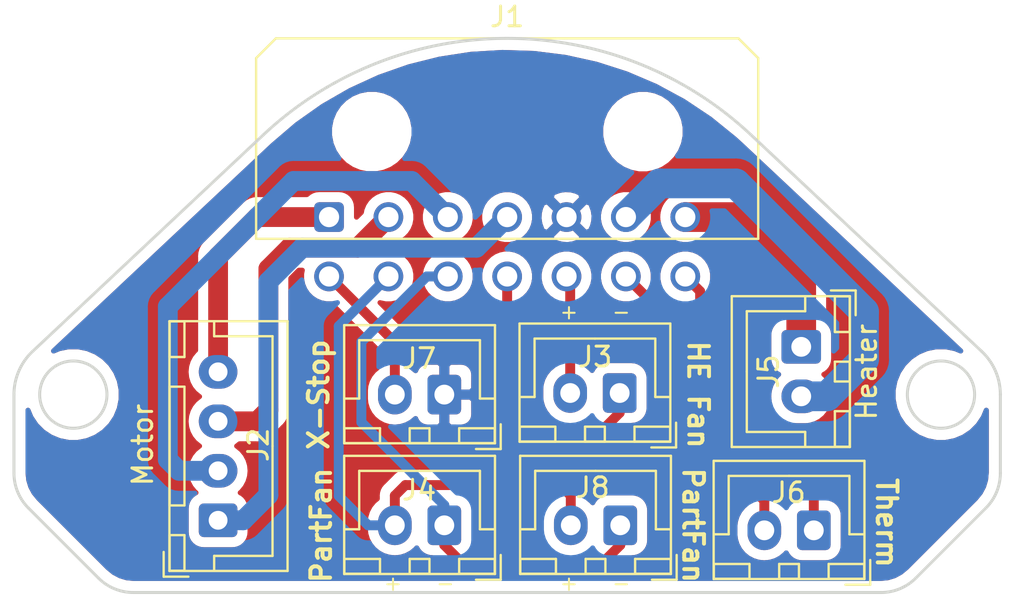
<source format=kicad_pcb>
(kicad_pcb (version 20171130) (host pcbnew "(5.1.5)-3")

  (general
    (thickness 1.6)
    (drawings 32)
    (tracks 67)
    (zones 0)
    (modules 10)
    (nets 15)
  )

  (page A4)
  (layers
    (0 F.Cu signal)
    (31 B.Cu signal)
    (32 B.Adhes user)
    (33 F.Adhes user)
    (34 B.Paste user)
    (35 F.Paste user)
    (36 B.SilkS user)
    (37 F.SilkS user)
    (38 B.Mask user)
    (39 F.Mask user)
    (40 Dwgs.User user)
    (41 Cmts.User user)
    (42 Eco1.User user)
    (43 Eco2.User user)
    (44 Edge.Cuts user)
    (45 Margin user)
    (46 B.CrtYd user hide)
    (47 F.CrtYd user hide)
    (48 B.Fab user hide)
    (49 F.Fab user hide)
  )

  (setup
    (last_trace_width 0.75)
    (user_trace_width 0.25)
    (user_trace_width 0.5)
    (user_trace_width 0.75)
    (user_trace_width 1)
    (user_trace_width 1.5)
    (trace_clearance 0.2)
    (zone_clearance 0.508)
    (zone_45_only no)
    (trace_min 0.2)
    (via_size 0.8)
    (via_drill 0.4)
    (via_min_size 0.4)
    (via_min_drill 0.3)
    (uvia_size 0.3)
    (uvia_drill 0.1)
    (uvias_allowed no)
    (uvia_min_size 0.2)
    (uvia_min_drill 0.1)
    (edge_width 0.05)
    (segment_width 0.2)
    (pcb_text_width 0.3)
    (pcb_text_size 1.5 1.5)
    (mod_edge_width 0.12)
    (mod_text_size 1 1)
    (mod_text_width 0.15)
    (pad_size 1.524 1.524)
    (pad_drill 0.762)
    (pad_to_mask_clearance 0.051)
    (solder_mask_min_width 0.25)
    (aux_axis_origin 0 0)
    (grid_origin 100 100)
    (visible_elements FFFFFF7F)
    (pcbplotparams
      (layerselection 0x010fc_ffffffff)
      (usegerberextensions false)
      (usegerberattributes false)
      (usegerberadvancedattributes false)
      (creategerberjobfile false)
      (excludeedgelayer true)
      (linewidth 0.100000)
      (plotframeref false)
      (viasonmask false)
      (mode 1)
      (useauxorigin false)
      (hpglpennumber 1)
      (hpglpenspeed 20)
      (hpglpendiameter 15.000000)
      (psnegative false)
      (psa4output false)
      (plotreference true)
      (plotvalue true)
      (plotinvisibletext false)
      (padsonsilk false)
      (subtractmaskfromsilk false)
      (outputformat 1)
      (mirror false)
      (drillshape 1)
      (scaleselection 1)
      (outputdirectory ""))
  )

  (net 0 "")
  (net 1 GND)
  (net 2 /Hotend_Fan+)
  (net 3 /Hotend_Fan-)
  (net 4 /PartFan-)
  (net 5 /PartFan+)
  (net 6 /Thermistor_2)
  (net 7 /Thermistor_1)
  (net 8 /Endstop_Sig)
  (net 9 /Heater1)
  (net 10 /Heater2)
  (net 11 /Motor_B2)
  (net 12 /Motor_B1)
  (net 13 /Motor_A2)
  (net 14 /Motor_A1)

  (net_class Default "This is the default net class."
    (clearance 0.2)
    (trace_width 0.25)
    (via_dia 0.8)
    (via_drill 0.4)
    (uvia_dia 0.3)
    (uvia_drill 0.1)
    (add_net /Endstop_Sig)
    (add_net /Heater1)
    (add_net /Heater2)
    (add_net /Hotend_Fan+)
    (add_net /Hotend_Fan-)
    (add_net /Motor_A1)
    (add_net /Motor_A2)
    (add_net /Motor_B1)
    (add_net /Motor_B2)
    (add_net /PartFan+)
    (add_net /PartFan-)
    (add_net /Thermistor_1)
    (add_net /Thermistor_2)
    (add_net GND)
  )

  (module Connector_JST:JST_XH_B2B-XH-A_1x02_P2.50mm_Vertical (layer F.Cu) (tedit 5C28146C) (tstamp 60B7EE47)
    (at 105.715 106.604 180)
    (descr "JST XH series connector, B2B-XH-A (http://www.jst-mfg.com/product/pdf/eng/eXH.pdf), generated with kicad-footprint-generator")
    (tags "connector JST XH vertical")
    (path /60BD21F9)
    (fp_text reference J8 (at 1.397 1.905) (layer F.SilkS)
      (effects (font (size 1 1) (thickness 0.15)))
    )
    (fp_text value "Part Cooling Fan" (at 1.25 4.6) (layer F.Fab)
      (effects (font (size 1 1) (thickness 0.15)))
    )
    (fp_text user %R (at 1.25 2.7) (layer F.Fab)
      (effects (font (size 1 1) (thickness 0.15)))
    )
    (fp_line (start -2.85 -2.75) (end -2.85 -1.5) (layer F.SilkS) (width 0.12))
    (fp_line (start -1.6 -2.75) (end -2.85 -2.75) (layer F.SilkS) (width 0.12))
    (fp_line (start 4.3 2.75) (end 1.25 2.75) (layer F.SilkS) (width 0.12))
    (fp_line (start 4.3 -0.2) (end 4.3 2.75) (layer F.SilkS) (width 0.12))
    (fp_line (start 5.05 -0.2) (end 4.3 -0.2) (layer F.SilkS) (width 0.12))
    (fp_line (start -1.8 2.75) (end 1.25 2.75) (layer F.SilkS) (width 0.12))
    (fp_line (start -1.8 -0.2) (end -1.8 2.75) (layer F.SilkS) (width 0.12))
    (fp_line (start -2.55 -0.2) (end -1.8 -0.2) (layer F.SilkS) (width 0.12))
    (fp_line (start 5.05 -2.45) (end 3.25 -2.45) (layer F.SilkS) (width 0.12))
    (fp_line (start 5.05 -1.7) (end 5.05 -2.45) (layer F.SilkS) (width 0.12))
    (fp_line (start 3.25 -1.7) (end 5.05 -1.7) (layer F.SilkS) (width 0.12))
    (fp_line (start 3.25 -2.45) (end 3.25 -1.7) (layer F.SilkS) (width 0.12))
    (fp_line (start -0.75 -2.45) (end -2.55 -2.45) (layer F.SilkS) (width 0.12))
    (fp_line (start -0.75 -1.7) (end -0.75 -2.45) (layer F.SilkS) (width 0.12))
    (fp_line (start -2.55 -1.7) (end -0.75 -1.7) (layer F.SilkS) (width 0.12))
    (fp_line (start -2.55 -2.45) (end -2.55 -1.7) (layer F.SilkS) (width 0.12))
    (fp_line (start 1.75 -2.45) (end 0.75 -2.45) (layer F.SilkS) (width 0.12))
    (fp_line (start 1.75 -1.7) (end 1.75 -2.45) (layer F.SilkS) (width 0.12))
    (fp_line (start 0.75 -1.7) (end 1.75 -1.7) (layer F.SilkS) (width 0.12))
    (fp_line (start 0.75 -2.45) (end 0.75 -1.7) (layer F.SilkS) (width 0.12))
    (fp_line (start 0 -1.35) (end 0.625 -2.35) (layer F.Fab) (width 0.1))
    (fp_line (start -0.625 -2.35) (end 0 -1.35) (layer F.Fab) (width 0.1))
    (fp_line (start 5.45 -2.85) (end -2.95 -2.85) (layer F.CrtYd) (width 0.05))
    (fp_line (start 5.45 3.9) (end 5.45 -2.85) (layer F.CrtYd) (width 0.05))
    (fp_line (start -2.95 3.9) (end 5.45 3.9) (layer F.CrtYd) (width 0.05))
    (fp_line (start -2.95 -2.85) (end -2.95 3.9) (layer F.CrtYd) (width 0.05))
    (fp_line (start 5.06 -2.46) (end -2.56 -2.46) (layer F.SilkS) (width 0.12))
    (fp_line (start 5.06 3.51) (end 5.06 -2.46) (layer F.SilkS) (width 0.12))
    (fp_line (start -2.56 3.51) (end 5.06 3.51) (layer F.SilkS) (width 0.12))
    (fp_line (start -2.56 -2.46) (end -2.56 3.51) (layer F.SilkS) (width 0.12))
    (fp_line (start 4.95 -2.35) (end -2.45 -2.35) (layer F.Fab) (width 0.1))
    (fp_line (start 4.95 3.4) (end 4.95 -2.35) (layer F.Fab) (width 0.1))
    (fp_line (start -2.45 3.4) (end 4.95 3.4) (layer F.Fab) (width 0.1))
    (fp_line (start -2.45 -2.35) (end -2.45 3.4) (layer F.Fab) (width 0.1))
    (pad 2 thru_hole oval (at 2.5 0 180) (size 1.7 2) (drill 1) (layers *.Cu *.Mask)
      (net 5 /PartFan+))
    (pad 1 thru_hole roundrect (at 0 0 180) (size 1.7 2) (drill 1) (layers *.Cu *.Mask) (roundrect_rratio 0.147059)
      (net 4 /PartFan-))
    (model ${KISYS3DMOD}/Connector_JST.3dshapes/JST_XH_B2B-XH-A_1x02_P2.50mm_Vertical.wrl
      (at (xyz 0 0 0))
      (scale (xyz 1 1 1))
      (rotate (xyz 0 0 0))
    )
  )

  (module Toolhead_PCB:Molex_Micro-Fit_3.0_43045-1400_2x07_P3.00mm_Horizontal (layer F.Cu) (tedit 60B6F502) (tstamp 60B75AA1)
    (at 91 91.03)
    (descr "Molex Micro-Fit 3.0 Connector System, 43045-1400 (alternative finishes: 43045-140x), 7 Pins per row (https://www.molex.com/pdm_docs/sd/430450201_sd.pdf), generated with kicad-footprint-generator")
    (tags "connector Molex Micro-Fit_3.0 horizontal")
    (path /60B6E959)
    (fp_text reference J1 (at 9 -10.12) (layer F.SilkS)
      (effects (font (size 1 1) (thickness 0.15)))
    )
    (fp_text value Conn_02x07_Top_Bottom (at 9 5.7) (layer F.Fab)
      (effects (font (size 1 1) (thickness 0.15)))
    )
    (fp_line (start -3.575 0.99) (end -3.575 -7.92) (layer F.Fab) (width 0.1))
    (fp_line (start -3.575 -7.92) (end -2.575 -8.92) (layer F.Fab) (width 0.1))
    (fp_line (start -2.575 -8.92) (end 20.575 -8.92) (layer F.Fab) (width 0.1))
    (fp_line (start 20.575 -8.92) (end 21.575 -7.92) (layer F.Fab) (width 0.1))
    (fp_line (start 21.575 -7.92) (end 21.575 0.99) (layer F.Fab) (width 0.1))
    (fp_line (start 21.575 0.99) (end -3.575 0.99) (layer F.Fab) (width 0.1))
    (fp_line (start -0.75 0.99) (end 0 0) (layer F.Fab) (width 0.1))
    (fp_line (start 0 0) (end 0.75 0.99) (layer F.Fab) (width 0.1))
    (fp_line (start -3.685 1.1) (end -3.685 -8.03) (layer F.SilkS) (width 0.12))
    (fp_line (start -3.685 -8.03) (end -2.685 -9.03) (layer F.SilkS) (width 0.12))
    (fp_line (start -2.685 -9.03) (end 20.685 -9.03) (layer F.SilkS) (width 0.12))
    (fp_line (start 20.685 -9.03) (end 21.685 -8.03) (layer F.SilkS) (width 0.12))
    (fp_line (start 21.685 -8.03) (end 21.685 1.1) (layer F.SilkS) (width 0.12))
    (fp_line (start 21.685 1.1) (end -3.685 1.1) (layer F.SilkS) (width 0.12))
    (fp_line (start -4.08 1.49) (end -4.08 -9.42) (layer F.CrtYd) (width 0.05))
    (fp_line (start -4.08 -9.42) (end 22.08 -9.42) (layer F.CrtYd) (width 0.05))
    (fp_line (start 22.08 -9.42) (end 22.08 1.49) (layer F.CrtYd) (width 0.05))
    (fp_line (start 22.08 1.49) (end 19.25 1.49) (layer F.CrtYd) (width 0.05))
    (fp_line (start 19.25 1.49) (end 19.25 4.25) (layer F.CrtYd) (width 0.05))
    (fp_line (start 19.25 4.25) (end -1.25 4.25) (layer F.CrtYd) (width 0.05))
    (fp_line (start -1.25 4.25) (end -1.25 1.49) (layer F.CrtYd) (width 0.05))
    (fp_line (start -1.25 1.49) (end -4.08 1.49) (layer F.CrtYd) (width 0.05))
    (fp_text user %R (at 9 -8.22) (layer F.Fab)
      (effects (font (size 1 1) (thickness 0.15)))
    )
    (pad "" np_thru_hole circle (at 2.16 -4.32) (size 3 3) (drill 3) (layers *.Cu *.Mask))
    (pad "" np_thru_hole circle (at 15.86 -4.32) (size 3 3) (drill 3) (layers *.Cu *.Mask))
    (pad 1 thru_hole roundrect (at 0 0) (size 1.5 1.5) (drill 1.02) (layers *.Cu *.Mask) (roundrect_rratio 0.166667)
      (net 14 /Motor_A1))
    (pad 2 thru_hole circle (at 3 0) (size 1.5 1.5) (drill 1.02) (layers *.Cu *.Mask)
      (net 13 /Motor_A2))
    (pad 3 thru_hole circle (at 6 0) (size 1.5 1.5) (drill 1.02) (layers *.Cu *.Mask)
      (net 12 /Motor_B1))
    (pad 4 thru_hole circle (at 9 0) (size 1.5 1.5) (drill 1.02) (layers *.Cu *.Mask)
      (net 11 /Motor_B2))
    (pad 5 thru_hole circle (at 12 0) (size 1.5 1.5) (drill 1.02) (layers *.Cu *.Mask)
      (net 1 GND))
    (pad 6 thru_hole circle (at 15 0) (size 1.5 1.5) (drill 1.02) (layers *.Cu *.Mask)
      (net 10 /Heater2))
    (pad 7 thru_hole circle (at 18 0) (size 1.5 1.5) (drill 1.02) (layers *.Cu *.Mask)
      (net 9 /Heater1))
    (pad 8 thru_hole circle (at 0 3) (size 1.5 1.5) (drill 1.02) (layers *.Cu *.Mask)
      (net 8 /Endstop_Sig))
    (pad 9 thru_hole circle (at 3 3) (size 1.5 1.5) (drill 1.02) (layers *.Cu *.Mask)
      (net 5 /PartFan+))
    (pad 10 thru_hole circle (at 6 3) (size 1.5 1.5) (drill 1.02) (layers *.Cu *.Mask)
      (net 4 /PartFan-))
    (pad 11 thru_hole circle (at 9 3) (size 1.5 1.5) (drill 1.02) (layers *.Cu *.Mask)
      (net 3 /Hotend_Fan-))
    (pad 12 thru_hole circle (at 12 3) (size 1.5 1.5) (drill 1.02) (layers *.Cu *.Mask)
      (net 2 /Hotend_Fan+))
    (pad 13 thru_hole circle (at 15 3) (size 1.5 1.5) (drill 1.02) (layers *.Cu *.Mask)
      (net 7 /Thermistor_1))
    (pad 14 thru_hole circle (at 18 3) (size 1.5 1.5) (drill 1.02) (layers *.Cu *.Mask)
      (net 6 /Thermistor_2))
    (model ${KIPRJMOD}/Library/3D_Packages/430451400.stp
      (offset (xyz 9 4 4))
      (scale (xyz 1 1 1))
      (rotate (xyz -90 0 180))
    )
  )

  (module Connector_JST:JST_XH_B2B-XH-A_1x02_P2.50mm_Vertical (layer F.Cu) (tedit 5C28146C) (tstamp 60B7B60A)
    (at 96.825 100 180)
    (descr "JST XH series connector, B2B-XH-A (http://www.jst-mfg.com/product/pdf/eng/eXH.pdf), generated with kicad-footprint-generator")
    (tags "connector JST XH vertical")
    (path /60B7624D)
    (fp_text reference J7 (at 1.27 1.825) (layer F.SilkS)
      (effects (font (size 1 1) (thickness 0.15)))
    )
    (fp_text value X-Endstop (at 1.25 4.6) (layer F.Fab)
      (effects (font (size 1 1) (thickness 0.15)))
    )
    (fp_text user %R (at 1.25 2.7) (layer F.Fab)
      (effects (font (size 1 1) (thickness 0.15)))
    )
    (fp_line (start -2.85 -2.75) (end -2.85 -1.5) (layer F.SilkS) (width 0.12))
    (fp_line (start -1.6 -2.75) (end -2.85 -2.75) (layer F.SilkS) (width 0.12))
    (fp_line (start 4.3 2.75) (end 1.25 2.75) (layer F.SilkS) (width 0.12))
    (fp_line (start 4.3 -0.2) (end 4.3 2.75) (layer F.SilkS) (width 0.12))
    (fp_line (start 5.05 -0.2) (end 4.3 -0.2) (layer F.SilkS) (width 0.12))
    (fp_line (start -1.8 2.75) (end 1.25 2.75) (layer F.SilkS) (width 0.12))
    (fp_line (start -1.8 -0.2) (end -1.8 2.75) (layer F.SilkS) (width 0.12))
    (fp_line (start -2.55 -0.2) (end -1.8 -0.2) (layer F.SilkS) (width 0.12))
    (fp_line (start 5.05 -2.45) (end 3.25 -2.45) (layer F.SilkS) (width 0.12))
    (fp_line (start 5.05 -1.7) (end 5.05 -2.45) (layer F.SilkS) (width 0.12))
    (fp_line (start 3.25 -1.7) (end 5.05 -1.7) (layer F.SilkS) (width 0.12))
    (fp_line (start 3.25 -2.45) (end 3.25 -1.7) (layer F.SilkS) (width 0.12))
    (fp_line (start -0.75 -2.45) (end -2.55 -2.45) (layer F.SilkS) (width 0.12))
    (fp_line (start -0.75 -1.7) (end -0.75 -2.45) (layer F.SilkS) (width 0.12))
    (fp_line (start -2.55 -1.7) (end -0.75 -1.7) (layer F.SilkS) (width 0.12))
    (fp_line (start -2.55 -2.45) (end -2.55 -1.7) (layer F.SilkS) (width 0.12))
    (fp_line (start 1.75 -2.45) (end 0.75 -2.45) (layer F.SilkS) (width 0.12))
    (fp_line (start 1.75 -1.7) (end 1.75 -2.45) (layer F.SilkS) (width 0.12))
    (fp_line (start 0.75 -1.7) (end 1.75 -1.7) (layer F.SilkS) (width 0.12))
    (fp_line (start 0.75 -2.45) (end 0.75 -1.7) (layer F.SilkS) (width 0.12))
    (fp_line (start 0 -1.35) (end 0.625 -2.35) (layer F.Fab) (width 0.1))
    (fp_line (start -0.625 -2.35) (end 0 -1.35) (layer F.Fab) (width 0.1))
    (fp_line (start 5.45 -2.85) (end -2.95 -2.85) (layer F.CrtYd) (width 0.05))
    (fp_line (start 5.45 3.9) (end 5.45 -2.85) (layer F.CrtYd) (width 0.05))
    (fp_line (start -2.95 3.9) (end 5.45 3.9) (layer F.CrtYd) (width 0.05))
    (fp_line (start -2.95 -2.85) (end -2.95 3.9) (layer F.CrtYd) (width 0.05))
    (fp_line (start 5.06 -2.46) (end -2.56 -2.46) (layer F.SilkS) (width 0.12))
    (fp_line (start 5.06 3.51) (end 5.06 -2.46) (layer F.SilkS) (width 0.12))
    (fp_line (start -2.56 3.51) (end 5.06 3.51) (layer F.SilkS) (width 0.12))
    (fp_line (start -2.56 -2.46) (end -2.56 3.51) (layer F.SilkS) (width 0.12))
    (fp_line (start 4.95 -2.35) (end -2.45 -2.35) (layer F.Fab) (width 0.1))
    (fp_line (start 4.95 3.4) (end 4.95 -2.35) (layer F.Fab) (width 0.1))
    (fp_line (start -2.45 3.4) (end 4.95 3.4) (layer F.Fab) (width 0.1))
    (fp_line (start -2.45 -2.35) (end -2.45 3.4) (layer F.Fab) (width 0.1))
    (pad 2 thru_hole oval (at 2.5 0 180) (size 1.7 2) (drill 1) (layers *.Cu *.Mask)
      (net 8 /Endstop_Sig))
    (pad 1 thru_hole roundrect (at 0 0 180) (size 1.7 2) (drill 1) (layers *.Cu *.Mask) (roundrect_rratio 0.147059)
      (net 1 GND))
    (model ${KISYS3DMOD}/Connector_JST.3dshapes/JST_XH_B2B-XH-A_1x02_P2.50mm_Vertical.wrl
      (at (xyz 0 0 0))
      (scale (xyz 1 1 1))
      (rotate (xyz 0 0 0))
    )
  )

  (module Connector_JST:JST_XH_B2B-XH-A_1x02_P2.50mm_Vertical (layer F.Cu) (tedit 5C28146C) (tstamp 60B7B6C7)
    (at 115.494 106.858 180)
    (descr "JST XH series connector, B2B-XH-A (http://www.jst-mfg.com/product/pdf/eng/eXH.pdf), generated with kicad-footprint-generator")
    (tags "connector JST XH vertical")
    (path /60B7844F)
    (fp_text reference J6 (at 1.27 1.905) (layer F.SilkS)
      (effects (font (size 1 1) (thickness 0.15)))
    )
    (fp_text value Thermistor (at 1.25 4.6) (layer F.Fab)
      (effects (font (size 1 1) (thickness 0.15)))
    )
    (fp_text user %R (at 1.25 2.7) (layer F.Fab)
      (effects (font (size 1 1) (thickness 0.15)))
    )
    (fp_line (start -2.85 -2.75) (end -2.85 -1.5) (layer F.SilkS) (width 0.12))
    (fp_line (start -1.6 -2.75) (end -2.85 -2.75) (layer F.SilkS) (width 0.12))
    (fp_line (start 4.3 2.75) (end 1.25 2.75) (layer F.SilkS) (width 0.12))
    (fp_line (start 4.3 -0.2) (end 4.3 2.75) (layer F.SilkS) (width 0.12))
    (fp_line (start 5.05 -0.2) (end 4.3 -0.2) (layer F.SilkS) (width 0.12))
    (fp_line (start -1.8 2.75) (end 1.25 2.75) (layer F.SilkS) (width 0.12))
    (fp_line (start -1.8 -0.2) (end -1.8 2.75) (layer F.SilkS) (width 0.12))
    (fp_line (start -2.55 -0.2) (end -1.8 -0.2) (layer F.SilkS) (width 0.12))
    (fp_line (start 5.05 -2.45) (end 3.25 -2.45) (layer F.SilkS) (width 0.12))
    (fp_line (start 5.05 -1.7) (end 5.05 -2.45) (layer F.SilkS) (width 0.12))
    (fp_line (start 3.25 -1.7) (end 5.05 -1.7) (layer F.SilkS) (width 0.12))
    (fp_line (start 3.25 -2.45) (end 3.25 -1.7) (layer F.SilkS) (width 0.12))
    (fp_line (start -0.75 -2.45) (end -2.55 -2.45) (layer F.SilkS) (width 0.12))
    (fp_line (start -0.75 -1.7) (end -0.75 -2.45) (layer F.SilkS) (width 0.12))
    (fp_line (start -2.55 -1.7) (end -0.75 -1.7) (layer F.SilkS) (width 0.12))
    (fp_line (start -2.55 -2.45) (end -2.55 -1.7) (layer F.SilkS) (width 0.12))
    (fp_line (start 1.75 -2.45) (end 0.75 -2.45) (layer F.SilkS) (width 0.12))
    (fp_line (start 1.75 -1.7) (end 1.75 -2.45) (layer F.SilkS) (width 0.12))
    (fp_line (start 0.75 -1.7) (end 1.75 -1.7) (layer F.SilkS) (width 0.12))
    (fp_line (start 0.75 -2.45) (end 0.75 -1.7) (layer F.SilkS) (width 0.12))
    (fp_line (start 0 -1.35) (end 0.625 -2.35) (layer F.Fab) (width 0.1))
    (fp_line (start -0.625 -2.35) (end 0 -1.35) (layer F.Fab) (width 0.1))
    (fp_line (start 5.45 -2.85) (end -2.95 -2.85) (layer F.CrtYd) (width 0.05))
    (fp_line (start 5.45 3.9) (end 5.45 -2.85) (layer F.CrtYd) (width 0.05))
    (fp_line (start -2.95 3.9) (end 5.45 3.9) (layer F.CrtYd) (width 0.05))
    (fp_line (start -2.95 -2.85) (end -2.95 3.9) (layer F.CrtYd) (width 0.05))
    (fp_line (start 5.06 -2.46) (end -2.56 -2.46) (layer F.SilkS) (width 0.12))
    (fp_line (start 5.06 3.51) (end 5.06 -2.46) (layer F.SilkS) (width 0.12))
    (fp_line (start -2.56 3.51) (end 5.06 3.51) (layer F.SilkS) (width 0.12))
    (fp_line (start -2.56 -2.46) (end -2.56 3.51) (layer F.SilkS) (width 0.12))
    (fp_line (start 4.95 -2.35) (end -2.45 -2.35) (layer F.Fab) (width 0.1))
    (fp_line (start 4.95 3.4) (end 4.95 -2.35) (layer F.Fab) (width 0.1))
    (fp_line (start -2.45 3.4) (end 4.95 3.4) (layer F.Fab) (width 0.1))
    (fp_line (start -2.45 -2.35) (end -2.45 3.4) (layer F.Fab) (width 0.1))
    (pad 2 thru_hole oval (at 2.5 0 180) (size 1.7 2) (drill 1) (layers *.Cu *.Mask)
      (net 7 /Thermistor_1))
    (pad 1 thru_hole roundrect (at 0 0 180) (size 1.7 2) (drill 1) (layers *.Cu *.Mask) (roundrect_rratio 0.147059)
      (net 6 /Thermistor_2))
    (model ${KISYS3DMOD}/Connector_JST.3dshapes/JST_XH_B2B-XH-A_1x02_P2.50mm_Vertical.wrl
      (at (xyz 0 0 0))
      (scale (xyz 1 1 1))
      (rotate (xyz 0 0 0))
    )
  )

  (module Connector_JST:JST_XH_B2B-XH-A_1x02_P2.50mm_Vertical (layer F.Cu) (tedit 5C28146C) (tstamp 60B7B649)
    (at 114.859 97.587 270)
    (descr "JST XH series connector, B2B-XH-A (http://www.jst-mfg.com/product/pdf/eng/eXH.pdf), generated with kicad-footprint-generator")
    (tags "connector JST XH vertical")
    (path /60B720B7)
    (fp_text reference J5 (at 1.25 1.651 90) (layer F.SilkS)
      (effects (font (size 1 1) (thickness 0.15)))
    )
    (fp_text value Heater (at 1.25 4.6 90) (layer F.Fab)
      (effects (font (size 1 1) (thickness 0.15)))
    )
    (fp_text user %R (at 1.25 2.7 90) (layer F.Fab)
      (effects (font (size 1 1) (thickness 0.15)))
    )
    (fp_line (start -2.85 -2.75) (end -2.85 -1.5) (layer F.SilkS) (width 0.12))
    (fp_line (start -1.6 -2.75) (end -2.85 -2.75) (layer F.SilkS) (width 0.12))
    (fp_line (start 4.3 2.75) (end 1.25 2.75) (layer F.SilkS) (width 0.12))
    (fp_line (start 4.3 -0.2) (end 4.3 2.75) (layer F.SilkS) (width 0.12))
    (fp_line (start 5.05 -0.2) (end 4.3 -0.2) (layer F.SilkS) (width 0.12))
    (fp_line (start -1.8 2.75) (end 1.25 2.75) (layer F.SilkS) (width 0.12))
    (fp_line (start -1.8 -0.2) (end -1.8 2.75) (layer F.SilkS) (width 0.12))
    (fp_line (start -2.55 -0.2) (end -1.8 -0.2) (layer F.SilkS) (width 0.12))
    (fp_line (start 5.05 -2.45) (end 3.25 -2.45) (layer F.SilkS) (width 0.12))
    (fp_line (start 5.05 -1.7) (end 5.05 -2.45) (layer F.SilkS) (width 0.12))
    (fp_line (start 3.25 -1.7) (end 5.05 -1.7) (layer F.SilkS) (width 0.12))
    (fp_line (start 3.25 -2.45) (end 3.25 -1.7) (layer F.SilkS) (width 0.12))
    (fp_line (start -0.75 -2.45) (end -2.55 -2.45) (layer F.SilkS) (width 0.12))
    (fp_line (start -0.75 -1.7) (end -0.75 -2.45) (layer F.SilkS) (width 0.12))
    (fp_line (start -2.55 -1.7) (end -0.75 -1.7) (layer F.SilkS) (width 0.12))
    (fp_line (start -2.55 -2.45) (end -2.55 -1.7) (layer F.SilkS) (width 0.12))
    (fp_line (start 1.75 -2.45) (end 0.75 -2.45) (layer F.SilkS) (width 0.12))
    (fp_line (start 1.75 -1.7) (end 1.75 -2.45) (layer F.SilkS) (width 0.12))
    (fp_line (start 0.75 -1.7) (end 1.75 -1.7) (layer F.SilkS) (width 0.12))
    (fp_line (start 0.75 -2.45) (end 0.75 -1.7) (layer F.SilkS) (width 0.12))
    (fp_line (start 0 -1.35) (end 0.625 -2.35) (layer F.Fab) (width 0.1))
    (fp_line (start -0.625 -2.35) (end 0 -1.35) (layer F.Fab) (width 0.1))
    (fp_line (start 5.45 -2.85) (end -2.95 -2.85) (layer F.CrtYd) (width 0.05))
    (fp_line (start 5.45 3.9) (end 5.45 -2.85) (layer F.CrtYd) (width 0.05))
    (fp_line (start -2.95 3.9) (end 5.45 3.9) (layer F.CrtYd) (width 0.05))
    (fp_line (start -2.95 -2.85) (end -2.95 3.9) (layer F.CrtYd) (width 0.05))
    (fp_line (start 5.06 -2.46) (end -2.56 -2.46) (layer F.SilkS) (width 0.12))
    (fp_line (start 5.06 3.51) (end 5.06 -2.46) (layer F.SilkS) (width 0.12))
    (fp_line (start -2.56 3.51) (end 5.06 3.51) (layer F.SilkS) (width 0.12))
    (fp_line (start -2.56 -2.46) (end -2.56 3.51) (layer F.SilkS) (width 0.12))
    (fp_line (start 4.95 -2.35) (end -2.45 -2.35) (layer F.Fab) (width 0.1))
    (fp_line (start 4.95 3.4) (end 4.95 -2.35) (layer F.Fab) (width 0.1))
    (fp_line (start -2.45 3.4) (end 4.95 3.4) (layer F.Fab) (width 0.1))
    (fp_line (start -2.45 -2.35) (end -2.45 3.4) (layer F.Fab) (width 0.1))
    (pad 2 thru_hole oval (at 2.5 0 270) (size 1.7 2) (drill 1) (layers *.Cu *.Mask)
      (net 10 /Heater2))
    (pad 1 thru_hole roundrect (at 0 0 270) (size 1.7 2) (drill 1) (layers *.Cu *.Mask) (roundrect_rratio 0.147059)
      (net 9 /Heater1))
    (model ${KISYS3DMOD}/Connector_JST.3dshapes/JST_XH_B2B-XH-A_1x02_P2.50mm_Vertical.wrl
      (at (xyz 0 0 0))
      (scale (xyz 1 1 1))
      (rotate (xyz 0 0 0))
    )
  )

  (module Connector_JST:JST_XH_B2B-XH-A_1x02_P2.50mm_Vertical (layer F.Cu) (tedit 5C28146C) (tstamp 60B7B706)
    (at 96.825 106.604 180)
    (descr "JST XH series connector, B2B-XH-A (http://www.jst-mfg.com/product/pdf/eng/eXH.pdf), generated with kicad-footprint-generator")
    (tags "connector JST XH vertical")
    (path /60B77E5A)
    (fp_text reference J4 (at 1.27 1.778) (layer F.SilkS)
      (effects (font (size 1 1) (thickness 0.15)))
    )
    (fp_text value "Part Cooling Fan" (at 1.25 4.6) (layer F.Fab)
      (effects (font (size 1 1) (thickness 0.15)))
    )
    (fp_text user %R (at 1.25 2.7) (layer F.Fab)
      (effects (font (size 1 1) (thickness 0.15)))
    )
    (fp_line (start -2.85 -2.75) (end -2.85 -1.5) (layer F.SilkS) (width 0.12))
    (fp_line (start -1.6 -2.75) (end -2.85 -2.75) (layer F.SilkS) (width 0.12))
    (fp_line (start 4.3 2.75) (end 1.25 2.75) (layer F.SilkS) (width 0.12))
    (fp_line (start 4.3 -0.2) (end 4.3 2.75) (layer F.SilkS) (width 0.12))
    (fp_line (start 5.05 -0.2) (end 4.3 -0.2) (layer F.SilkS) (width 0.12))
    (fp_line (start -1.8 2.75) (end 1.25 2.75) (layer F.SilkS) (width 0.12))
    (fp_line (start -1.8 -0.2) (end -1.8 2.75) (layer F.SilkS) (width 0.12))
    (fp_line (start -2.55 -0.2) (end -1.8 -0.2) (layer F.SilkS) (width 0.12))
    (fp_line (start 5.05 -2.45) (end 3.25 -2.45) (layer F.SilkS) (width 0.12))
    (fp_line (start 5.05 -1.7) (end 5.05 -2.45) (layer F.SilkS) (width 0.12))
    (fp_line (start 3.25 -1.7) (end 5.05 -1.7) (layer F.SilkS) (width 0.12))
    (fp_line (start 3.25 -2.45) (end 3.25 -1.7) (layer F.SilkS) (width 0.12))
    (fp_line (start -0.75 -2.45) (end -2.55 -2.45) (layer F.SilkS) (width 0.12))
    (fp_line (start -0.75 -1.7) (end -0.75 -2.45) (layer F.SilkS) (width 0.12))
    (fp_line (start -2.55 -1.7) (end -0.75 -1.7) (layer F.SilkS) (width 0.12))
    (fp_line (start -2.55 -2.45) (end -2.55 -1.7) (layer F.SilkS) (width 0.12))
    (fp_line (start 1.75 -2.45) (end 0.75 -2.45) (layer F.SilkS) (width 0.12))
    (fp_line (start 1.75 -1.7) (end 1.75 -2.45) (layer F.SilkS) (width 0.12))
    (fp_line (start 0.75 -1.7) (end 1.75 -1.7) (layer F.SilkS) (width 0.12))
    (fp_line (start 0.75 -2.45) (end 0.75 -1.7) (layer F.SilkS) (width 0.12))
    (fp_line (start 0 -1.35) (end 0.625 -2.35) (layer F.Fab) (width 0.1))
    (fp_line (start -0.625 -2.35) (end 0 -1.35) (layer F.Fab) (width 0.1))
    (fp_line (start 5.45 -2.85) (end -2.95 -2.85) (layer F.CrtYd) (width 0.05))
    (fp_line (start 5.45 3.9) (end 5.45 -2.85) (layer F.CrtYd) (width 0.05))
    (fp_line (start -2.95 3.9) (end 5.45 3.9) (layer F.CrtYd) (width 0.05))
    (fp_line (start -2.95 -2.85) (end -2.95 3.9) (layer F.CrtYd) (width 0.05))
    (fp_line (start 5.06 -2.46) (end -2.56 -2.46) (layer F.SilkS) (width 0.12))
    (fp_line (start 5.06 3.51) (end 5.06 -2.46) (layer F.SilkS) (width 0.12))
    (fp_line (start -2.56 3.51) (end 5.06 3.51) (layer F.SilkS) (width 0.12))
    (fp_line (start -2.56 -2.46) (end -2.56 3.51) (layer F.SilkS) (width 0.12))
    (fp_line (start 4.95 -2.35) (end -2.45 -2.35) (layer F.Fab) (width 0.1))
    (fp_line (start 4.95 3.4) (end 4.95 -2.35) (layer F.Fab) (width 0.1))
    (fp_line (start -2.45 3.4) (end 4.95 3.4) (layer F.Fab) (width 0.1))
    (fp_line (start -2.45 -2.35) (end -2.45 3.4) (layer F.Fab) (width 0.1))
    (pad 2 thru_hole oval (at 2.5 0 180) (size 1.7 2) (drill 1) (layers *.Cu *.Mask)
      (net 5 /PartFan+))
    (pad 1 thru_hole roundrect (at 0 0 180) (size 1.7 2) (drill 1) (layers *.Cu *.Mask) (roundrect_rratio 0.147059)
      (net 4 /PartFan-))
    (model ${KISYS3DMOD}/Connector_JST.3dshapes/JST_XH_B2B-XH-A_1x02_P2.50mm_Vertical.wrl
      (at (xyz 0 0 0))
      (scale (xyz 1 1 1))
      (rotate (xyz 0 0 0))
    )
  )

  (module Connector_JST:JST_XH_B2B-XH-A_1x02_P2.50mm_Vertical (layer F.Cu) (tedit 5C28146C) (tstamp 60B7B688)
    (at 105.685 99.92 180)
    (descr "JST XH series connector, B2B-XH-A (http://www.jst-mfg.com/product/pdf/eng/eXH.pdf), generated with kicad-footprint-generator")
    (tags "connector JST XH vertical")
    (path /60B78134)
    (fp_text reference J3 (at 1.24 1.825) (layer F.SilkS)
      (effects (font (size 1 1) (thickness 0.15)))
    )
    (fp_text value "Hotend Fan" (at 1.25 4.6) (layer F.Fab)
      (effects (font (size 1 1) (thickness 0.15)))
    )
    (fp_text user %R (at 1.25 2.7) (layer F.Fab)
      (effects (font (size 1 1) (thickness 0.15)))
    )
    (fp_line (start -2.85 -2.75) (end -2.85 -1.5) (layer F.SilkS) (width 0.12))
    (fp_line (start -1.6 -2.75) (end -2.85 -2.75) (layer F.SilkS) (width 0.12))
    (fp_line (start 4.3 2.75) (end 1.25 2.75) (layer F.SilkS) (width 0.12))
    (fp_line (start 4.3 -0.2) (end 4.3 2.75) (layer F.SilkS) (width 0.12))
    (fp_line (start 5.05 -0.2) (end 4.3 -0.2) (layer F.SilkS) (width 0.12))
    (fp_line (start -1.8 2.75) (end 1.25 2.75) (layer F.SilkS) (width 0.12))
    (fp_line (start -1.8 -0.2) (end -1.8 2.75) (layer F.SilkS) (width 0.12))
    (fp_line (start -2.55 -0.2) (end -1.8 -0.2) (layer F.SilkS) (width 0.12))
    (fp_line (start 5.05 -2.45) (end 3.25 -2.45) (layer F.SilkS) (width 0.12))
    (fp_line (start 5.05 -1.7) (end 5.05 -2.45) (layer F.SilkS) (width 0.12))
    (fp_line (start 3.25 -1.7) (end 5.05 -1.7) (layer F.SilkS) (width 0.12))
    (fp_line (start 3.25 -2.45) (end 3.25 -1.7) (layer F.SilkS) (width 0.12))
    (fp_line (start -0.75 -2.45) (end -2.55 -2.45) (layer F.SilkS) (width 0.12))
    (fp_line (start -0.75 -1.7) (end -0.75 -2.45) (layer F.SilkS) (width 0.12))
    (fp_line (start -2.55 -1.7) (end -0.75 -1.7) (layer F.SilkS) (width 0.12))
    (fp_line (start -2.55 -2.45) (end -2.55 -1.7) (layer F.SilkS) (width 0.12))
    (fp_line (start 1.75 -2.45) (end 0.75 -2.45) (layer F.SilkS) (width 0.12))
    (fp_line (start 1.75 -1.7) (end 1.75 -2.45) (layer F.SilkS) (width 0.12))
    (fp_line (start 0.75 -1.7) (end 1.75 -1.7) (layer F.SilkS) (width 0.12))
    (fp_line (start 0.75 -2.45) (end 0.75 -1.7) (layer F.SilkS) (width 0.12))
    (fp_line (start 0 -1.35) (end 0.625 -2.35) (layer F.Fab) (width 0.1))
    (fp_line (start -0.625 -2.35) (end 0 -1.35) (layer F.Fab) (width 0.1))
    (fp_line (start 5.45 -2.85) (end -2.95 -2.85) (layer F.CrtYd) (width 0.05))
    (fp_line (start 5.45 3.9) (end 5.45 -2.85) (layer F.CrtYd) (width 0.05))
    (fp_line (start -2.95 3.9) (end 5.45 3.9) (layer F.CrtYd) (width 0.05))
    (fp_line (start -2.95 -2.85) (end -2.95 3.9) (layer F.CrtYd) (width 0.05))
    (fp_line (start 5.06 -2.46) (end -2.56 -2.46) (layer F.SilkS) (width 0.12))
    (fp_line (start 5.06 3.51) (end 5.06 -2.46) (layer F.SilkS) (width 0.12))
    (fp_line (start -2.56 3.51) (end 5.06 3.51) (layer F.SilkS) (width 0.12))
    (fp_line (start -2.56 -2.46) (end -2.56 3.51) (layer F.SilkS) (width 0.12))
    (fp_line (start 4.95 -2.35) (end -2.45 -2.35) (layer F.Fab) (width 0.1))
    (fp_line (start 4.95 3.4) (end 4.95 -2.35) (layer F.Fab) (width 0.1))
    (fp_line (start -2.45 3.4) (end 4.95 3.4) (layer F.Fab) (width 0.1))
    (fp_line (start -2.45 -2.35) (end -2.45 3.4) (layer F.Fab) (width 0.1))
    (pad 2 thru_hole oval (at 2.5 0 180) (size 1.7 2) (drill 1) (layers *.Cu *.Mask)
      (net 2 /Hotend_Fan+))
    (pad 1 thru_hole roundrect (at 0 0 180) (size 1.7 2) (drill 1) (layers *.Cu *.Mask) (roundrect_rratio 0.147059)
      (net 3 /Hotend_Fan-))
    (model ${KISYS3DMOD}/Connector_JST.3dshapes/JST_XH_B2B-XH-A_1x02_P2.50mm_Vertical.wrl
      (at (xyz 0 0 0))
      (scale (xyz 1 1 1))
      (rotate (xyz 0 0 0))
    )
  )

  (module Connector_JST:JST_XH_B4B-XH-A_1x04_P2.50mm_Vertical (layer F.Cu) (tedit 5C28146C) (tstamp 60B7B747)
    (at 85.395 106.35 90)
    (descr "JST XH series connector, B4B-XH-A (http://www.jst-mfg.com/product/pdf/eng/eXH.pdf), generated with kicad-footprint-generator")
    (tags "connector JST XH vertical")
    (path /60B6FD3C)
    (fp_text reference J2 (at 3.81 2.032 90) (layer F.SilkS)
      (effects (font (size 1 1) (thickness 0.15)))
    )
    (fp_text value Motor (at 3.75 4.6 90) (layer F.Fab)
      (effects (font (size 1 1) (thickness 0.15)))
    )
    (fp_text user %R (at 3.75 2.7 90) (layer F.Fab)
      (effects (font (size 1 1) (thickness 0.15)))
    )
    (fp_line (start -2.85 -2.75) (end -2.85 -1.5) (layer F.SilkS) (width 0.12))
    (fp_line (start -1.6 -2.75) (end -2.85 -2.75) (layer F.SilkS) (width 0.12))
    (fp_line (start 9.3 2.75) (end 3.75 2.75) (layer F.SilkS) (width 0.12))
    (fp_line (start 9.3 -0.2) (end 9.3 2.75) (layer F.SilkS) (width 0.12))
    (fp_line (start 10.05 -0.2) (end 9.3 -0.2) (layer F.SilkS) (width 0.12))
    (fp_line (start -1.8 2.75) (end 3.75 2.75) (layer F.SilkS) (width 0.12))
    (fp_line (start -1.8 -0.2) (end -1.8 2.75) (layer F.SilkS) (width 0.12))
    (fp_line (start -2.55 -0.2) (end -1.8 -0.2) (layer F.SilkS) (width 0.12))
    (fp_line (start 10.05 -2.45) (end 8.25 -2.45) (layer F.SilkS) (width 0.12))
    (fp_line (start 10.05 -1.7) (end 10.05 -2.45) (layer F.SilkS) (width 0.12))
    (fp_line (start 8.25 -1.7) (end 10.05 -1.7) (layer F.SilkS) (width 0.12))
    (fp_line (start 8.25 -2.45) (end 8.25 -1.7) (layer F.SilkS) (width 0.12))
    (fp_line (start -0.75 -2.45) (end -2.55 -2.45) (layer F.SilkS) (width 0.12))
    (fp_line (start -0.75 -1.7) (end -0.75 -2.45) (layer F.SilkS) (width 0.12))
    (fp_line (start -2.55 -1.7) (end -0.75 -1.7) (layer F.SilkS) (width 0.12))
    (fp_line (start -2.55 -2.45) (end -2.55 -1.7) (layer F.SilkS) (width 0.12))
    (fp_line (start 6.75 -2.45) (end 0.75 -2.45) (layer F.SilkS) (width 0.12))
    (fp_line (start 6.75 -1.7) (end 6.75 -2.45) (layer F.SilkS) (width 0.12))
    (fp_line (start 0.75 -1.7) (end 6.75 -1.7) (layer F.SilkS) (width 0.12))
    (fp_line (start 0.75 -2.45) (end 0.75 -1.7) (layer F.SilkS) (width 0.12))
    (fp_line (start 0 -1.35) (end 0.625 -2.35) (layer F.Fab) (width 0.1))
    (fp_line (start -0.625 -2.35) (end 0 -1.35) (layer F.Fab) (width 0.1))
    (fp_line (start 10.45 -2.85) (end -2.95 -2.85) (layer F.CrtYd) (width 0.05))
    (fp_line (start 10.45 3.9) (end 10.45 -2.85) (layer F.CrtYd) (width 0.05))
    (fp_line (start -2.95 3.9) (end 10.45 3.9) (layer F.CrtYd) (width 0.05))
    (fp_line (start -2.95 -2.85) (end -2.95 3.9) (layer F.CrtYd) (width 0.05))
    (fp_line (start 10.06 -2.46) (end -2.56 -2.46) (layer F.SilkS) (width 0.12))
    (fp_line (start 10.06 3.51) (end 10.06 -2.46) (layer F.SilkS) (width 0.12))
    (fp_line (start -2.56 3.51) (end 10.06 3.51) (layer F.SilkS) (width 0.12))
    (fp_line (start -2.56 -2.46) (end -2.56 3.51) (layer F.SilkS) (width 0.12))
    (fp_line (start 9.95 -2.35) (end -2.45 -2.35) (layer F.Fab) (width 0.1))
    (fp_line (start 9.95 3.4) (end 9.95 -2.35) (layer F.Fab) (width 0.1))
    (fp_line (start -2.45 3.4) (end 9.95 3.4) (layer F.Fab) (width 0.1))
    (fp_line (start -2.45 -2.35) (end -2.45 3.4) (layer F.Fab) (width 0.1))
    (pad 4 thru_hole oval (at 7.5 0 90) (size 1.7 1.95) (drill 0.95) (layers *.Cu *.Mask)
      (net 14 /Motor_A1))
    (pad 3 thru_hole oval (at 5 0 90) (size 1.7 1.95) (drill 0.95) (layers *.Cu *.Mask)
      (net 13 /Motor_A2))
    (pad 2 thru_hole oval (at 2.5 0 90) (size 1.7 1.95) (drill 0.95) (layers *.Cu *.Mask)
      (net 12 /Motor_B1))
    (pad 1 thru_hole roundrect (at 0 0 90) (size 1.7 1.95) (drill 0.95) (layers *.Cu *.Mask) (roundrect_rratio 0.147059)
      (net 11 /Motor_B2))
    (model ${KISYS3DMOD}/Connector_JST.3dshapes/JST_XH_B4B-XH-A_1x04_P2.50mm_Vertical.wrl
      (at (xyz 0 0 0))
      (scale (xyz 1 1 1))
      (rotate (xyz 0 0 0))
    )
  )

  (module MountingHole:MountingHole_3.2mm_M3 (layer F.Cu) (tedit 56D1B4CB) (tstamp 60B762C5)
    (at 121.92 100)
    (descr "Mounting Hole 3.2mm, no annular, M3")
    (tags "mounting hole 3.2mm no annular m3")
    (path /60B8DE4B)
    (attr virtual)
    (fp_text reference H2 (at 3.08 -4.2) (layer Cmts.User)
      (effects (font (size 1 1) (thickness 0.15)))
    )
    (fp_text value MountingHole (at 0 4.2) (layer F.Fab)
      (effects (font (size 1 1) (thickness 0.15)))
    )
    (fp_circle (center 0 0) (end 3.45 0) (layer F.CrtYd) (width 0.05))
    (fp_circle (center 0 0) (end 3.2 0) (layer Cmts.User) (width 0.15))
    (fp_text user %R (at 0.3 0) (layer F.Fab)
      (effects (font (size 1 1) (thickness 0.15)))
    )
    (pad 1 np_thru_hole circle (at 0 0) (size 3.2 3.2) (drill 3.2) (layers *.Cu *.Mask))
  )

  (module MountingHole:MountingHole_3.2mm_M3 (layer F.Cu) (tedit 56D1B4CB) (tstamp 60B762BD)
    (at 78.08 100)
    (descr "Mounting Hole 3.2mm, no annular, M3")
    (tags "mounting hole 3.2mm no annular m3")
    (path /60B8D3E9)
    (attr virtual)
    (fp_text reference H1 (at -2.58 -3.5) (layer Cmts.User)
      (effects (font (size 1 1) (thickness 0.15)))
    )
    (fp_text value MountingHole (at 0 4.2) (layer F.Fab)
      (effects (font (size 1 1) (thickness 0.15)))
    )
    (fp_circle (center 0 0) (end 3.45 0) (layer F.CrtYd) (width 0.05))
    (fp_circle (center 0 0) (end 3.2 0) (layer Cmts.User) (width 0.15))
    (fp_text user %R (at 0.3 0) (layer F.Fab)
      (effects (font (size 1 1) (thickness 0.15)))
    )
    (pad 1 np_thru_hole circle (at 0 0) (size 3.2 3.2) (drill 3.2) (layers *.Cu *.Mask))
  )

  (gr_text PartFan (at 109.398 106.604 270) (layer F.SilkS) (tstamp 60B7F617)
    (effects (font (size 1 1) (thickness 0.2)))
  )
  (gr_text "+   -\n" (at 104.445 95.809) (layer F.SilkS) (tstamp 60B7F594)
    (effects (font (size 0.75 0.75) (thickness 0.1)))
  )
  (gr_text "+   -\n" (at 95.555 109.525) (layer F.SilkS) (tstamp 60B7EFDD)
    (effects (font (size 0.75 0.75) (thickness 0.1)))
  )
  (gr_circle (center 121.92 100) (end 123.62 100) (layer Edge.Cuts) (width 0.15))
  (gr_arc (start 81.115533 107.5) (end 79.347766 109.267766) (angle -45) (layer Edge.Cuts) (width 0.15))
  (gr_line (start 75.812233 105.732233) (end 79.347766 109.267766) (layer Edge.Cuts) (width 0.15))
  (gr_arc (start 77.58 103.964466) (end 75.08 103.964466) (angle -45) (layer Edge.Cuts) (width 0.15))
  (gr_line (start 75.08 100) (end 75.08 103.964466) (layer Edge.Cuts) (width 0.15))
  (gr_arc (start 78.08 100) (end 76.02708 97.812416) (angle -46.81890287) (layer Edge.Cuts) (width 0.15))
  (gr_line (start 87.682481 86.8745) (end 76.02708 97.812416) (layer Edge.Cuts) (width 0.15))
  (gr_arc (start 100 100) (end 112.317518 86.8745) (angle -86.36219427) (layer Edge.Cuts) (width 0.15))
  (gr_line (start 123.972919 97.812416) (end 112.317518 86.8745) (layer Edge.Cuts) (width 0.15))
  (gr_arc (start 121.92 100) (end 124.92 100) (angle -46.81890287) (layer Edge.Cuts) (width 0.15))
  (gr_line (start 124.92 103.964466) (end 124.92 100) (layer Edge.Cuts) (width 0.15))
  (gr_arc (start 122.42 103.964466) (end 124.187766 105.732233) (angle -45) (layer Edge.Cuts) (width 0.15))
  (gr_line (start 120.652233 109.267766) (end 124.187766 105.732233) (layer Edge.Cuts) (width 0.15))
  (gr_arc (start 118.884466 107.5) (end 118.884466 110) (angle -45) (layer Edge.Cuts) (width 0.15))
  (gr_line (start 81.115533 110) (end 118.884466 110) (layer Edge.Cuts) (width 0.15))
  (gr_circle (center 78.08 100) (end 79.78 100) (layer Edge.Cuts) (width 0.15))
  (gr_text Motor (at 81.585 102.54 90) (layer F.SilkS)
    (effects (font (size 1 1) (thickness 0.15)))
  )
  (gr_text Heater (at 118.161 98.857 90) (layer F.SilkS)
    (effects (font (size 1 1) (thickness 0.15)))
  )
  (gr_text "HE Fan" (at 109.652 100 270) (layer F.SilkS) (tstamp 60B7E372)
    (effects (font (size 1 1) (thickness 0.2)))
  )
  (gr_text PartFan (at 90.602 106.604 90) (layer F.SilkS) (tstamp 60B7E371)
    (effects (font (size 1 1) (thickness 0.2)))
  )
  (gr_text X-Stop (at 90.475 100 90) (layer F.SilkS)
    (effects (font (size 1 1) (thickness 0.2)))
  )
  (gr_text Therm (at 119.177 106.477 270) (layer F.SilkS)
    (effects (font (size 1 1) (thickness 0.2)))
  )
  (gr_text "+   -\n" (at 104.445 109.525) (layer F.SilkS)
    (effects (font (size 0.75 0.75) (thickness 0.1)))
  )
  (gr_line (start 100 100) (end 95.585 100) (layer Eco1.User) (width 0.15) (tstamp 60B7D40F))
  (gr_line (start 100 100) (end 104.415 100) (layer Eco1.User) (width 0.15))
  (gr_line (start 100 100) (end 100 82) (layer Eco1.User) (width 0.15))
  (gr_line (start 121.92 100) (end 100 100) (layer Eco2.User) (width 0.15) (tstamp 60B6E1E1))
  (gr_circle (center 121.92 100) (end 120.42 100) (layer Eco2.User) (width 0.15) (tstamp 60B6E1BA))
  (gr_circle (center 78.08 100) (end 79.58 100) (layer Eco2.User) (width 0.15))

  (segment (start 103.185 94.215) (end 103 94.03) (width 0.5) (layer F.Cu) (net 2))
  (segment (start 103.185 99.92) (end 103.185 94.215) (width 0.5) (layer F.Cu) (net 2))
  (segment (start 100 94.03) (end 100 100.508) (width 0.5) (layer F.Cu) (net 3))
  (segment (start 100 100.508) (end 101.397 101.905) (width 0.5) (layer F.Cu) (net 3))
  (segment (start 105.685 100.92) (end 105.685 99.92) (width 0.5) (layer F.Cu) (net 3))
  (segment (start 104.7 101.905) (end 105.685 100.92) (width 0.5) (layer F.Cu) (net 3))
  (segment (start 101.397 101.905) (end 104.7 101.905) (width 0.5) (layer F.Cu) (net 3))
  (segment (start 96.825 107.604) (end 98.111 108.89) (width 0.5) (layer F.Cu) (net 4))
  (segment (start 96.825 106.604) (end 96.825 107.604) (width 0.5) (layer F.Cu) (net 4))
  (segment (start 105.715 107.604) (end 105.715 106.604) (width 0.5) (layer F.Cu) (net 4))
  (segment (start 104.429 108.89) (end 105.715 107.604) (width 0.5) (layer F.Cu) (net 4))
  (segment (start 98.111 108.89) (end 104.429 108.89) (width 0.5) (layer F.Cu) (net 4))
  (segment (start 95.93934 94.03) (end 92.634 97.33534) (width 0.5) (layer B.Cu) (net 4))
  (segment (start 97 94.03) (end 95.93934 94.03) (width 0.5) (layer B.Cu) (net 4))
  (segment (start 92.634 97.33534) (end 92.634 101.397) (width 0.5) (layer B.Cu) (net 4))
  (segment (start 96.825 105.588) (end 96.825 106.604) (width 0.5) (layer B.Cu) (net 4))
  (segment (start 92.634 101.397) (end 96.825 105.588) (width 0.5) (layer B.Cu) (net 4))
  (segment (start 94.325 105.104) (end 94.857 104.572) (width 0.5) (layer F.Cu) (net 5))
  (segment (start 94.325 106.604) (end 94.325 105.104) (width 0.5) (layer F.Cu) (net 5))
  (segment (start 103.215 105.104) (end 103.215 106.604) (width 0.5) (layer F.Cu) (net 5))
  (segment (start 102.683 104.572) (end 103.215 105.104) (width 0.5) (layer F.Cu) (net 5))
  (segment (start 94.857 104.572) (end 102.683 104.572) (width 0.5) (layer F.Cu) (net 5))
  (segment (start 92.975 106.604) (end 91.491 105.12) (width 0.5) (layer B.Cu) (net 5))
  (segment (start 94.325 106.604) (end 92.975 106.604) (width 0.5) (layer B.Cu) (net 5))
  (segment (start 91.491 96.539) (end 94 94.03) (width 0.5) (layer B.Cu) (net 5))
  (segment (start 91.491 105.12) (end 91.491 96.539) (width 0.5) (layer B.Cu) (net 5))
  (segment (start 109.749999 94.779999) (end 109.749999 98.065999) (width 0.5) (layer F.Cu) (net 6))
  (segment (start 109 94.03) (end 109.749999 94.779999) (width 0.5) (layer F.Cu) (net 6))
  (segment (start 115.494 103.81) (end 115.494 106.858) (width 0.5) (layer F.Cu) (net 6))
  (segment (start 109.749999 98.065999) (end 115.494 103.81) (width 0.5) (layer F.Cu) (net 6))
  (segment (start 112.994 105.358) (end 108.382 100.746) (width 0.5) (layer F.Cu) (net 7))
  (segment (start 112.994 106.858) (end 112.994 105.358) (width 0.5) (layer F.Cu) (net 7))
  (segment (start 108.382 96.412) (end 106 94.03) (width 0.5) (layer F.Cu) (net 7))
  (segment (start 108.382 100.746) (end 108.382 96.412) (width 0.5) (layer F.Cu) (net 7))
  (segment (start 94.325 97.355) (end 94.325 100) (width 0.5) (layer F.Cu) (net 8))
  (segment (start 91 94.03) (end 94.325 97.355) (width 0.5) (layer F.Cu) (net 8))
  (segment (start 114.859 94.158) (end 114.859 97.587) (width 1.5) (layer F.Cu) (net 9))
  (segment (start 109 91.03) (end 111.731 91.03) (width 1.5) (layer F.Cu) (net 9))
  (segment (start 111.731 91.03) (end 114.859 94.158) (width 1.5) (layer F.Cu) (net 9))
  (segment (start 114.859 100.087) (end 116.169 100.087) (width 1.5) (layer B.Cu) (net 10))
  (segment (start 116.169 100.087) (end 118.034 98.222) (width 1.5) (layer B.Cu) (net 10))
  (segment (start 118.034 98.222) (end 118.034 95.809) (width 1.5) (layer B.Cu) (net 10))
  (segment (start 106.749999 90.280001) (end 106 91.03) (width 1.5) (layer B.Cu) (net 10))
  (segment (start 111.554999 89.329999) (end 107.700001 89.329999) (width 1.5) (layer B.Cu) (net 10))
  (segment (start 107.700001 89.329999) (end 106.749999 90.280001) (width 1.5) (layer B.Cu) (net 10))
  (segment (start 118.034 95.809) (end 111.554999 89.329999) (width 1.5) (layer B.Cu) (net 10))
  (segment (start 87.935 105.08) (end 86.665 106.35) (width 1) (layer B.Cu) (net 11))
  (segment (start 86.665 106.35) (end 85.395 106.35) (width 1) (layer B.Cu) (net 11))
  (segment (start 87.935 94.285) (end 87.935 105.08) (width 1) (layer B.Cu) (net 11))
  (segment (start 89.640001 92.579999) (end 87.935 94.285) (width 1) (layer B.Cu) (net 11))
  (segment (start 100 91.03) (end 98.450001 92.579999) (width 1) (layer B.Cu) (net 11))
  (segment (start 98.450001 92.579999) (end 89.640001 92.579999) (width 1) (layer B.Cu) (net 11))
  (segment (start 83.42 103.85) (end 82.855 103.285) (width 1) (layer B.Cu) (net 12))
  (segment (start 82.855 95.555) (end 89.205 89.205) (width 1) (layer B.Cu) (net 12))
  (segment (start 82.855 103.285) (end 82.855 95.555) (width 1) (layer B.Cu) (net 12))
  (segment (start 95.175 89.205) (end 97 91.03) (width 1) (layer B.Cu) (net 12))
  (segment (start 89.205 89.205) (end 95.175 89.205) (width 1) (layer B.Cu) (net 12))
  (segment (start 85.395 103.85) (end 83.42 103.85) (width 1) (layer B.Cu) (net 12))
  (segment (start 87.37 101.35) (end 85.395 101.35) (width 1) (layer F.Cu) (net 13))
  (segment (start 92.450001 92.579999) (end 89.005001 92.579999) (width 1) (layer F.Cu) (net 13))
  (segment (start 89.005001 92.579999) (end 87.935 93.65) (width 1) (layer F.Cu) (net 13))
  (segment (start 87.935 93.65) (end 87.935 100.785) (width 1) (layer F.Cu) (net 13))
  (segment (start 94 91.03) (end 92.450001 92.579999) (width 1) (layer F.Cu) (net 13))
  (segment (start 87.935 100.785) (end 87.37 101.35) (width 1) (layer F.Cu) (net 13))
  (segment (start 85.395 98.85) (end 85.395 93.015) (width 1) (layer F.Cu) (net 14))
  (segment (start 87.38 91.03) (end 91 91.03) (width 1) (layer F.Cu) (net 14))
  (segment (start 85.395 93.015) (end 87.38 91.03) (width 1) (layer F.Cu) (net 14))

  (zone (net 1) (net_name GND) (layer F.Cu) (tstamp 0) (hatch edge 0.508)
    (connect_pads (clearance 0.508))
    (min_thickness 0.254)
    (fill yes (arc_segments 32) (thermal_gap 0.508) (thermal_bridge_width 0.508))
    (polygon
      (pts
        (xy 125.5 110.5) (xy 75 110.5) (xy 75 81.5) (xy 125.5 81.5)
      )
    )
    (filled_polygon
      (pts
        (xy 101.362178 82.764505) (xy 102.948422 82.96402) (xy 104.509433 83.3092) (xy 106.0319 83.797099) (xy 107.502771 84.423536)
        (xy 108.9095 85.183164) (xy 110.240054 86.06949) (xy 111.492061 87.082221) (xy 111.835237 87.395583) (xy 122.917474 97.795619)
        (xy 122.625392 97.674635) (xy 122.158182 97.581701) (xy 121.681818 97.581701) (xy 121.214608 97.674635) (xy 120.774506 97.856931)
        (xy 120.378424 98.121585) (xy 120.041585 98.458424) (xy 119.776931 98.854506) (xy 119.594635 99.294608) (xy 119.501701 99.761818)
        (xy 119.501701 100.238182) (xy 119.594635 100.705392) (xy 119.776931 101.145494) (xy 120.041585 101.541576) (xy 120.378424 101.878415)
        (xy 120.774506 102.143069) (xy 121.214608 102.325365) (xy 121.681818 102.418299) (xy 122.158182 102.418299) (xy 122.625392 102.325365)
        (xy 123.065494 102.143069) (xy 123.461576 101.878415) (xy 123.798415 101.541576) (xy 124.063069 101.145494) (xy 124.210001 100.790769)
        (xy 124.21 103.929736) (xy 124.17257 104.31148) (xy 124.071788 104.645284) (xy 123.90809 104.953155) (xy 123.666349 105.249559)
        (xy 120.174741 108.741167) (xy 119.878342 108.984632) (xy 119.571044 109.149404) (xy 119.237597 109.251348) (xy 118.857081 109.29)
        (xy 105.280578 109.29) (xy 106.31005 108.260529) (xy 106.334932 108.240109) (xy 106.488254 108.225008) (xy 106.65485 108.174472)
        (xy 106.808386 108.092405) (xy 106.942962 107.981962) (xy 107.053405 107.847386) (xy 107.135472 107.69385) (xy 107.186008 107.527254)
        (xy 107.203072 107.354) (xy 107.203072 105.854) (xy 107.186008 105.680746) (xy 107.135472 105.51415) (xy 107.053405 105.360614)
        (xy 106.942962 105.226038) (xy 106.808386 105.115595) (xy 106.65485 105.033528) (xy 106.488254 104.982992) (xy 106.315 104.965928)
        (xy 105.115 104.965928) (xy 104.941746 104.982992) (xy 104.77515 105.033528) (xy 104.621614 105.115595) (xy 104.487038 105.226038)
        (xy 104.376595 105.360614) (xy 104.322223 105.462337) (xy 104.270134 105.398866) (xy 104.1 105.259241) (xy 104.1 105.147469)
        (xy 104.104281 105.104) (xy 104.1 105.060531) (xy 104.1 105.060523) (xy 104.087195 104.93051) (xy 104.062325 104.848525)
        (xy 104.036589 104.763686) (xy 103.954411 104.609941) (xy 103.937793 104.589692) (xy 103.843817 104.475183) (xy 103.810045 104.447467)
        (xy 103.339534 103.976956) (xy 103.311817 103.943183) (xy 103.177059 103.832589) (xy 103.023313 103.750411) (xy 102.85649 103.699805)
        (xy 102.726477 103.687) (xy 102.726469 103.687) (xy 102.683 103.682719) (xy 102.639531 103.687) (xy 94.900469 103.687)
        (xy 94.857 103.682719) (xy 94.813531 103.687) (xy 94.813523 103.687) (xy 94.68351 103.699805) (xy 94.516686 103.750411)
        (xy 94.362941 103.832589) (xy 94.228183 103.943183) (xy 94.200466 103.976956) (xy 93.729952 104.44747) (xy 93.696184 104.475183)
        (xy 93.668471 104.508951) (xy 93.668468 104.508954) (xy 93.58559 104.609941) (xy 93.503412 104.763687) (xy 93.452805 104.93051)
        (xy 93.435719 105.104) (xy 93.440001 105.147479) (xy 93.440001 105.25924) (xy 93.269866 105.398866) (xy 93.084294 105.624986)
        (xy 92.946401 105.882966) (xy 92.861487 106.162889) (xy 92.84 106.38105) (xy 92.84 106.826949) (xy 92.861487 107.04511)
        (xy 92.946401 107.325033) (xy 93.084294 107.583013) (xy 93.269866 107.809134) (xy 93.495986 107.994706) (xy 93.753966 108.132599)
        (xy 94.033889 108.217513) (xy 94.325 108.246185) (xy 94.61611 108.217513) (xy 94.896033 108.132599) (xy 95.154013 107.994706)
        (xy 95.380134 107.809134) (xy 95.432223 107.745663) (xy 95.486595 107.847386) (xy 95.597038 107.981962) (xy 95.731614 108.092405)
        (xy 95.88515 108.174472) (xy 96.051746 108.225008) (xy 96.205069 108.240109) (xy 96.229951 108.260529) (xy 97.259421 109.29)
        (xy 81.150262 109.29) (xy 80.768519 109.25257) (xy 80.434715 109.151788) (xy 80.126844 108.98809) (xy 79.83044 108.746349)
        (xy 76.338838 105.254747) (xy 76.095368 104.958342) (xy 75.930596 104.651044) (xy 75.828652 104.317597) (xy 75.79 103.937081)
        (xy 75.79 100.790771) (xy 75.936931 101.145494) (xy 76.201585 101.541576) (xy 76.538424 101.878415) (xy 76.934506 102.143069)
        (xy 77.374608 102.325365) (xy 77.841818 102.418299) (xy 78.318182 102.418299) (xy 78.785392 102.325365) (xy 79.225494 102.143069)
        (xy 79.621576 101.878415) (xy 79.958415 101.541576) (xy 80.223069 101.145494) (xy 80.405365 100.705392) (xy 80.498299 100.238182)
        (xy 80.498299 99.761818) (xy 80.405365 99.294608) (xy 80.223069 98.854506) (xy 80.220059 98.85) (xy 83.777815 98.85)
        (xy 83.806487 99.141111) (xy 83.891401 99.421034) (xy 84.029294 99.679014) (xy 84.214866 99.905134) (xy 84.440986 100.090706)
        (xy 84.458374 100.1) (xy 84.440986 100.109294) (xy 84.214866 100.294866) (xy 84.029294 100.520986) (xy 83.891401 100.778966)
        (xy 83.806487 101.058889) (xy 83.777815 101.35) (xy 83.806487 101.641111) (xy 83.891401 101.921034) (xy 84.029294 102.179014)
        (xy 84.214866 102.405134) (xy 84.440986 102.590706) (xy 84.458374 102.6) (xy 84.440986 102.609294) (xy 84.214866 102.794866)
        (xy 84.029294 103.020986) (xy 83.891401 103.278966) (xy 83.806487 103.558889) (xy 83.777815 103.85) (xy 83.806487 104.141111)
        (xy 83.891401 104.421034) (xy 84.029294 104.679014) (xy 84.214866 104.905134) (xy 84.278337 104.957223) (xy 84.176614 105.011595)
        (xy 84.042038 105.122038) (xy 83.931595 105.256614) (xy 83.849528 105.41015) (xy 83.798992 105.576746) (xy 83.781928 105.75)
        (xy 83.781928 106.95) (xy 83.798992 107.123254) (xy 83.849528 107.28985) (xy 83.931595 107.443386) (xy 84.042038 107.577962)
        (xy 84.176614 107.688405) (xy 84.33015 107.770472) (xy 84.496746 107.821008) (xy 84.67 107.838072) (xy 86.12 107.838072)
        (xy 86.293254 107.821008) (xy 86.45985 107.770472) (xy 86.613386 107.688405) (xy 86.747962 107.577962) (xy 86.858405 107.443386)
        (xy 86.940472 107.28985) (xy 86.991008 107.123254) (xy 87.008072 106.95) (xy 87.008072 105.75) (xy 86.991008 105.576746)
        (xy 86.940472 105.41015) (xy 86.858405 105.256614) (xy 86.747962 105.122038) (xy 86.613386 105.011595) (xy 86.511663 104.957223)
        (xy 86.575134 104.905134) (xy 86.760706 104.679014) (xy 86.898599 104.421034) (xy 86.983513 104.141111) (xy 87.012185 103.85)
        (xy 86.983513 103.558889) (xy 86.898599 103.278966) (xy 86.760706 103.020986) (xy 86.575134 102.794866) (xy 86.349014 102.609294)
        (xy 86.331626 102.6) (xy 86.349014 102.590706) (xy 86.477817 102.485) (xy 87.314249 102.485) (xy 87.37 102.490491)
        (xy 87.425751 102.485) (xy 87.425752 102.485) (xy 87.592499 102.468577) (xy 87.806447 102.403676) (xy 88.003623 102.298284)
        (xy 88.176449 102.156449) (xy 88.211995 102.113136) (xy 88.69814 101.626992) (xy 88.741449 101.591449) (xy 88.883284 101.418623)
        (xy 88.988676 101.221447) (xy 89.053577 101.007499) (xy 89.07 100.840752) (xy 89.075491 100.785) (xy 89.07 100.729248)
        (xy 89.07 94.120131) (xy 89.475133 93.714999) (xy 89.650524 93.714999) (xy 89.615 93.893589) (xy 89.615 94.166411)
        (xy 89.668225 94.433989) (xy 89.772629 94.686043) (xy 89.924201 94.912886) (xy 90.117114 95.105799) (xy 90.343957 95.257371)
        (xy 90.596011 95.361775) (xy 90.863589 95.415) (xy 91.133422 95.415) (xy 93.44 97.721579) (xy 93.44 98.655241)
        (xy 93.269866 98.794866) (xy 93.084294 99.020986) (xy 92.946401 99.278966) (xy 92.861487 99.558889) (xy 92.84 99.77705)
        (xy 92.84 100.222949) (xy 92.861487 100.44111) (xy 92.946401 100.721033) (xy 93.084294 100.979013) (xy 93.269866 101.205134)
        (xy 93.495986 101.390706) (xy 93.753966 101.528599) (xy 94.033889 101.613513) (xy 94.325 101.642185) (xy 94.61611 101.613513)
        (xy 94.896033 101.528599) (xy 95.154013 101.390706) (xy 95.374945 101.209392) (xy 95.385498 101.24418) (xy 95.444463 101.354494)
        (xy 95.523815 101.451185) (xy 95.620506 101.530537) (xy 95.73082 101.589502) (xy 95.850518 101.625812) (xy 95.975 101.638072)
        (xy 96.53925 101.635) (xy 96.698 101.47625) (xy 96.698 100.127) (xy 96.952 100.127) (xy 96.952 101.47625)
        (xy 97.11075 101.635) (xy 97.675 101.638072) (xy 97.799482 101.625812) (xy 97.91918 101.589502) (xy 98.029494 101.530537)
        (xy 98.126185 101.451185) (xy 98.205537 101.354494) (xy 98.264502 101.24418) (xy 98.300812 101.124482) (xy 98.313072 101)
        (xy 98.31 100.28575) (xy 98.15125 100.127) (xy 96.952 100.127) (xy 96.698 100.127) (xy 96.678 100.127)
        (xy 96.678 99.873) (xy 96.698 99.873) (xy 96.698 98.52375) (xy 96.952 98.52375) (xy 96.952 99.873)
        (xy 98.15125 99.873) (xy 98.31 99.71425) (xy 98.313072 99) (xy 98.300812 98.875518) (xy 98.264502 98.75582)
        (xy 98.205537 98.645506) (xy 98.126185 98.548815) (xy 98.029494 98.469463) (xy 97.91918 98.410498) (xy 97.799482 98.374188)
        (xy 97.675 98.361928) (xy 97.11075 98.365) (xy 96.952 98.52375) (xy 96.698 98.52375) (xy 96.53925 98.365)
        (xy 95.975 98.361928) (xy 95.850518 98.374188) (xy 95.73082 98.410498) (xy 95.620506 98.469463) (xy 95.523815 98.548815)
        (xy 95.444463 98.645506) (xy 95.385498 98.75582) (xy 95.374945 98.790608) (xy 95.21 98.655241) (xy 95.21 97.398465)
        (xy 95.214281 97.354999) (xy 95.21 97.311533) (xy 95.21 97.311523) (xy 95.197195 97.18151) (xy 95.146589 97.014687)
        (xy 95.064411 96.860941) (xy 94.953817 96.726183) (xy 94.92005 96.698471) (xy 93.574403 95.352825) (xy 93.596011 95.361775)
        (xy 93.863589 95.415) (xy 94.136411 95.415) (xy 94.403989 95.361775) (xy 94.656043 95.257371) (xy 94.882886 95.105799)
        (xy 95.075799 94.912886) (xy 95.227371 94.686043) (xy 95.331775 94.433989) (xy 95.385 94.166411) (xy 95.385 93.893589)
        (xy 95.615 93.893589) (xy 95.615 94.166411) (xy 95.668225 94.433989) (xy 95.772629 94.686043) (xy 95.924201 94.912886)
        (xy 96.117114 95.105799) (xy 96.343957 95.257371) (xy 96.596011 95.361775) (xy 96.863589 95.415) (xy 97.136411 95.415)
        (xy 97.403989 95.361775) (xy 97.656043 95.257371) (xy 97.882886 95.105799) (xy 98.075799 94.912886) (xy 98.227371 94.686043)
        (xy 98.331775 94.433989) (xy 98.385 94.166411) (xy 98.385 93.893589) (xy 98.615 93.893589) (xy 98.615 94.166411)
        (xy 98.668225 94.433989) (xy 98.772629 94.686043) (xy 98.924201 94.912886) (xy 99.115 95.103685) (xy 99.115001 100.464521)
        (xy 99.110719 100.508) (xy 99.127805 100.68149) (xy 99.178412 100.848313) (xy 99.26059 101.002059) (xy 99.343468 101.103046)
        (xy 99.343471 101.103049) (xy 99.371184 101.136817) (xy 99.404951 101.164529) (xy 100.74047 102.500049) (xy 100.768183 102.533817)
        (xy 100.801951 102.56153) (xy 100.801953 102.561532) (xy 100.837502 102.590706) (xy 100.902941 102.644411) (xy 101.056687 102.726589)
        (xy 101.22351 102.777195) (xy 101.353523 102.79) (xy 101.353533 102.79) (xy 101.396999 102.794281) (xy 101.440465 102.79)
        (xy 104.656531 102.79) (xy 104.7 102.794281) (xy 104.743469 102.79) (xy 104.743477 102.79) (xy 104.87349 102.777195)
        (xy 105.040313 102.726589) (xy 105.194059 102.644411) (xy 105.328817 102.533817) (xy 105.356534 102.500044) (xy 106.28005 101.576529)
        (xy 106.304932 101.556109) (xy 106.458254 101.541008) (xy 106.62485 101.490472) (xy 106.778386 101.408405) (xy 106.912962 101.297962)
        (xy 107.023405 101.163386) (xy 107.105472 101.00985) (xy 107.156008 100.843254) (xy 107.173072 100.67) (xy 107.173072 99.17)
        (xy 107.156008 98.996746) (xy 107.105472 98.83015) (xy 107.023405 98.676614) (xy 106.912962 98.542038) (xy 106.778386 98.431595)
        (xy 106.62485 98.349528) (xy 106.458254 98.298992) (xy 106.285 98.281928) (xy 105.085 98.281928) (xy 104.911746 98.298992)
        (xy 104.74515 98.349528) (xy 104.591614 98.431595) (xy 104.457038 98.542038) (xy 104.346595 98.676614) (xy 104.292223 98.778337)
        (xy 104.240134 98.714866) (xy 104.07 98.575241) (xy 104.07 94.918685) (xy 104.075799 94.912886) (xy 104.227371 94.686043)
        (xy 104.331775 94.433989) (xy 104.385 94.166411) (xy 104.385 93.893589) (xy 104.615 93.893589) (xy 104.615 94.166411)
        (xy 104.668225 94.433989) (xy 104.772629 94.686043) (xy 104.924201 94.912886) (xy 105.117114 95.105799) (xy 105.343957 95.257371)
        (xy 105.596011 95.361775) (xy 105.863589 95.415) (xy 106.133422 95.415) (xy 107.497001 96.77858) (xy 107.497 100.702531)
        (xy 107.492719 100.746) (xy 107.497 100.789469) (xy 107.497 100.789476) (xy 107.50683 100.889282) (xy 107.509805 100.91949)
        (xy 107.523149 100.963477) (xy 107.560411 101.086312) (xy 107.642589 101.240058) (xy 107.753183 101.374817) (xy 107.786956 101.402534)
        (xy 111.992923 105.608502) (xy 111.938866 105.652866) (xy 111.753294 105.878986) (xy 111.615401 106.136966) (xy 111.530487 106.416889)
        (xy 111.509 106.63505) (xy 111.509 107.080949) (xy 111.530487 107.29911) (xy 111.615401 107.579033) (xy 111.753294 107.837013)
        (xy 111.938866 108.063134) (xy 112.164986 108.248706) (xy 112.422966 108.386599) (xy 112.702889 108.471513) (xy 112.994 108.500185)
        (xy 113.28511 108.471513) (xy 113.565033 108.386599) (xy 113.823013 108.248706) (xy 114.049134 108.063134) (xy 114.101223 107.999663)
        (xy 114.155595 108.101386) (xy 114.266038 108.235962) (xy 114.400614 108.346405) (xy 114.55415 108.428472) (xy 114.720746 108.479008)
        (xy 114.894 108.496072) (xy 116.094 108.496072) (xy 116.267254 108.479008) (xy 116.43385 108.428472) (xy 116.587386 108.346405)
        (xy 116.721962 108.235962) (xy 116.832405 108.101386) (xy 116.914472 107.94785) (xy 116.965008 107.781254) (xy 116.982072 107.608)
        (xy 116.982072 106.108) (xy 116.965008 105.934746) (xy 116.914472 105.76815) (xy 116.832405 105.614614) (xy 116.721962 105.480038)
        (xy 116.587386 105.369595) (xy 116.43385 105.287528) (xy 116.379 105.27089) (xy 116.379 103.853465) (xy 116.383281 103.809999)
        (xy 116.379 103.766533) (xy 116.379 103.766523) (xy 116.366195 103.63651) (xy 116.315589 103.469687) (xy 116.233411 103.315941)
        (xy 116.209019 103.286219) (xy 116.150532 103.214953) (xy 116.15053 103.214951) (xy 116.122817 103.181183) (xy 116.089051 103.153472)
        (xy 114.493543 101.557964) (xy 114.63605 101.572) (xy 115.08195 101.572) (xy 115.300111 101.550513) (xy 115.580034 101.465599)
        (xy 115.838014 101.327706) (xy 116.064134 101.142134) (xy 116.249706 100.916014) (xy 116.387599 100.658034) (xy 116.472513 100.378111)
        (xy 116.501185 100.087) (xy 116.472513 99.795889) (xy 116.387599 99.515966) (xy 116.249706 99.257986) (xy 116.064134 99.031866)
        (xy 116.000663 98.979777) (xy 116.102386 98.925405) (xy 116.236962 98.814962) (xy 116.347405 98.680386) (xy 116.429472 98.52685)
        (xy 116.480008 98.360254) (xy 116.497072 98.187) (xy 116.497072 96.987) (xy 116.480008 96.813746) (xy 116.429472 96.64715)
        (xy 116.347405 96.493614) (xy 116.244 96.367614) (xy 116.244 94.226028) (xy 116.2507 94.157999) (xy 116.244 94.08997)
        (xy 116.244 94.089963) (xy 116.22396 93.886493) (xy 116.173604 93.72049) (xy 116.144764 93.625419) (xy 116.123792 93.586183)
        (xy 116.016157 93.384812) (xy 115.98196 93.343143) (xy 115.886452 93.226766) (xy 115.886445 93.226759) (xy 115.84308 93.173919)
        (xy 115.790241 93.130555) (xy 112.758454 90.098769) (xy 112.715081 90.045919) (xy 112.504188 89.872843) (xy 112.263581 89.744236)
        (xy 112.002507 89.66504) (xy 111.799037 89.645) (xy 111.799029 89.645) (xy 111.731 89.6383) (xy 111.662971 89.645)
        (xy 108.863589 89.645) (xy 108.79653 89.658339) (xy 108.728493 89.66504) (xy 108.663068 89.684886) (xy 108.596011 89.698225)
        (xy 108.532845 89.724389) (xy 108.467419 89.744236) (xy 108.407123 89.776465) (xy 108.343957 89.802629) (xy 108.28711 89.840613)
        (xy 108.226812 89.872843) (xy 108.17396 89.916217) (xy 108.117114 89.954201) (xy 108.068769 90.002546) (xy 108.015919 90.045919)
        (xy 107.972546 90.098769) (xy 107.924201 90.147114) (xy 107.886217 90.20396) (xy 107.842843 90.256812) (xy 107.810613 90.31711)
        (xy 107.772629 90.373957) (xy 107.746465 90.437123) (xy 107.714236 90.497419) (xy 107.694389 90.562845) (xy 107.668225 90.626011)
        (xy 107.654886 90.693068) (xy 107.63504 90.758493) (xy 107.628339 90.82653) (xy 107.615 90.893589) (xy 107.615 90.961963)
        (xy 107.608299 91.03) (xy 107.615 91.098037) (xy 107.615 91.166411) (xy 107.628339 91.23347) (xy 107.63504 91.301507)
        (xy 107.654886 91.366932) (xy 107.668225 91.433989) (xy 107.694389 91.497155) (xy 107.714236 91.562581) (xy 107.746465 91.622877)
        (xy 107.772629 91.686043) (xy 107.810613 91.74289) (xy 107.842843 91.803188) (xy 107.886217 91.85604) (xy 107.924201 91.912886)
        (xy 107.972546 91.961231) (xy 108.015919 92.014081) (xy 108.068769 92.057454) (xy 108.117114 92.105799) (xy 108.17396 92.143783)
        (xy 108.226812 92.187157) (xy 108.28711 92.219387) (xy 108.343957 92.257371) (xy 108.407123 92.283535) (xy 108.467419 92.315764)
        (xy 108.532845 92.335611) (xy 108.596011 92.361775) (xy 108.663068 92.375114) (xy 108.728493 92.39496) (xy 108.79653 92.401661)
        (xy 108.863589 92.415) (xy 111.157315 92.415) (xy 113.474 94.731686) (xy 113.474001 96.367613) (xy 113.370595 96.493614)
        (xy 113.288528 96.64715) (xy 113.237992 96.813746) (xy 113.220928 96.987) (xy 113.220928 98.187) (xy 113.237992 98.360254)
        (xy 113.288528 98.52685) (xy 113.370595 98.680386) (xy 113.481038 98.814962) (xy 113.615614 98.925405) (xy 113.717337 98.979777)
        (xy 113.653866 99.031866) (xy 113.468294 99.257986) (xy 113.330401 99.515966) (xy 113.245487 99.795889) (xy 113.216815 100.087)
        (xy 113.238036 100.302457) (xy 110.634999 97.699421) (xy 110.634999 94.823468) (xy 110.63928 94.779999) (xy 110.634999 94.73653)
        (xy 110.634999 94.736522) (xy 110.622194 94.606509) (xy 110.571588 94.439686) (xy 110.48941 94.28594) (xy 110.431191 94.215)
        (xy 110.406531 94.184952) (xy 110.406529 94.18495) (xy 110.385 94.158717) (xy 110.385 93.893589) (xy 110.331775 93.626011)
        (xy 110.227371 93.373957) (xy 110.075799 93.147114) (xy 109.882886 92.954201) (xy 109.656043 92.802629) (xy 109.403989 92.698225)
        (xy 109.136411 92.645) (xy 108.863589 92.645) (xy 108.596011 92.698225) (xy 108.343957 92.802629) (xy 108.117114 92.954201)
        (xy 107.924201 93.147114) (xy 107.772629 93.373957) (xy 107.668225 93.626011) (xy 107.615 93.893589) (xy 107.615 94.166411)
        (xy 107.668225 94.433989) (xy 107.677175 94.455597) (xy 107.385 94.163422) (xy 107.385 93.893589) (xy 107.331775 93.626011)
        (xy 107.227371 93.373957) (xy 107.075799 93.147114) (xy 106.882886 92.954201) (xy 106.656043 92.802629) (xy 106.403989 92.698225)
        (xy 106.136411 92.645) (xy 105.863589 92.645) (xy 105.596011 92.698225) (xy 105.343957 92.802629) (xy 105.117114 92.954201)
        (xy 104.924201 93.147114) (xy 104.772629 93.373957) (xy 104.668225 93.626011) (xy 104.615 93.893589) (xy 104.385 93.893589)
        (xy 104.331775 93.626011) (xy 104.227371 93.373957) (xy 104.075799 93.147114) (xy 103.882886 92.954201) (xy 103.656043 92.802629)
        (xy 103.403989 92.698225) (xy 103.136411 92.645) (xy 102.863589 92.645) (xy 102.596011 92.698225) (xy 102.343957 92.802629)
        (xy 102.117114 92.954201) (xy 101.924201 93.147114) (xy 101.772629 93.373957) (xy 101.668225 93.626011) (xy 101.615 93.893589)
        (xy 101.615 94.166411) (xy 101.668225 94.433989) (xy 101.772629 94.686043) (xy 101.924201 94.912886) (xy 102.117114 95.105799)
        (xy 102.300001 95.228) (xy 102.3 98.575241) (xy 102.129866 98.714866) (xy 101.944294 98.940986) (xy 101.806401 99.198966)
        (xy 101.721487 99.478889) (xy 101.7 99.69705) (xy 101.7 100.142949) (xy 101.721487 100.36111) (xy 101.806401 100.641033)
        (xy 101.944294 100.899013) (xy 102.043585 101.02) (xy 101.763579 101.02) (xy 100.885 100.141422) (xy 100.885 95.103685)
        (xy 101.075799 94.912886) (xy 101.227371 94.686043) (xy 101.331775 94.433989) (xy 101.385 94.166411) (xy 101.385 93.893589)
        (xy 101.331775 93.626011) (xy 101.227371 93.373957) (xy 101.075799 93.147114) (xy 100.882886 92.954201) (xy 100.656043 92.802629)
        (xy 100.403989 92.698225) (xy 100.136411 92.645) (xy 99.863589 92.645) (xy 99.596011 92.698225) (xy 99.343957 92.802629)
        (xy 99.117114 92.954201) (xy 98.924201 93.147114) (xy 98.772629 93.373957) (xy 98.668225 93.626011) (xy 98.615 93.893589)
        (xy 98.385 93.893589) (xy 98.331775 93.626011) (xy 98.227371 93.373957) (xy 98.075799 93.147114) (xy 97.882886 92.954201)
        (xy 97.656043 92.802629) (xy 97.403989 92.698225) (xy 97.136411 92.645) (xy 96.863589 92.645) (xy 96.596011 92.698225)
        (xy 96.343957 92.802629) (xy 96.117114 92.954201) (xy 95.924201 93.147114) (xy 95.772629 93.373957) (xy 95.668225 93.626011)
        (xy 95.615 93.893589) (xy 95.385 93.893589) (xy 95.331775 93.626011) (xy 95.227371 93.373957) (xy 95.075799 93.147114)
        (xy 94.882886 92.954201) (xy 94.656043 92.802629) (xy 94.403989 92.698225) (xy 94.136411 92.645) (xy 93.990132 92.645)
        (xy 94.240921 92.394212) (xy 94.403989 92.361775) (xy 94.656043 92.257371) (xy 94.882886 92.105799) (xy 95.075799 91.912886)
        (xy 95.227371 91.686043) (xy 95.331775 91.433989) (xy 95.385 91.166411) (xy 95.385 90.893589) (xy 95.615 90.893589)
        (xy 95.615 91.166411) (xy 95.668225 91.433989) (xy 95.772629 91.686043) (xy 95.924201 91.912886) (xy 96.117114 92.105799)
        (xy 96.343957 92.257371) (xy 96.596011 92.361775) (xy 96.863589 92.415) (xy 97.136411 92.415) (xy 97.403989 92.361775)
        (xy 97.656043 92.257371) (xy 97.882886 92.105799) (xy 98.075799 91.912886) (xy 98.227371 91.686043) (xy 98.331775 91.433989)
        (xy 98.385 91.166411) (xy 98.385 90.893589) (xy 98.615 90.893589) (xy 98.615 91.166411) (xy 98.668225 91.433989)
        (xy 98.772629 91.686043) (xy 98.924201 91.912886) (xy 99.117114 92.105799) (xy 99.343957 92.257371) (xy 99.596011 92.361775)
        (xy 99.863589 92.415) (xy 100.136411 92.415) (xy 100.403989 92.361775) (xy 100.656043 92.257371) (xy 100.882886 92.105799)
        (xy 101.001692 91.986993) (xy 102.222612 91.986993) (xy 102.288137 92.22586) (xy 102.535116 92.34176) (xy 102.79996 92.40725)
        (xy 103.072492 92.419812) (xy 103.342238 92.378965) (xy 103.598832 92.286277) (xy 103.711863 92.22586) (xy 103.777388 91.986993)
        (xy 103 91.209605) (xy 102.222612 91.986993) (xy 101.001692 91.986993) (xy 101.075799 91.912886) (xy 101.227371 91.686043)
        (xy 101.331775 91.433989) (xy 101.385 91.166411) (xy 101.385 91.102492) (xy 101.610188 91.102492) (xy 101.651035 91.372238)
        (xy 101.743723 91.628832) (xy 101.80414 91.741863) (xy 102.043007 91.807388) (xy 102.820395 91.03) (xy 103.179605 91.03)
        (xy 103.956993 91.807388) (xy 104.19586 91.741863) (xy 104.31176 91.494884) (xy 104.37725 91.23004) (xy 104.389812 90.957508)
        (xy 104.380133 90.893589) (xy 104.615 90.893589) (xy 104.615 91.166411) (xy 104.668225 91.433989) (xy 104.772629 91.686043)
        (xy 104.924201 91.912886) (xy 105.117114 92.105799) (xy 105.343957 92.257371) (xy 105.596011 92.361775) (xy 105.863589 92.415)
        (xy 106.136411 92.415) (xy 106.403989 92.361775) (xy 106.656043 92.257371) (xy 106.882886 92.105799) (xy 107.075799 91.912886)
        (xy 107.227371 91.686043) (xy 107.331775 91.433989) (xy 107.385 91.166411) (xy 107.385 90.893589) (xy 107.331775 90.626011)
        (xy 107.227371 90.373957) (xy 107.075799 90.147114) (xy 106.882886 89.954201) (xy 106.656043 89.802629) (xy 106.403989 89.698225)
        (xy 106.136411 89.645) (xy 105.863589 89.645) (xy 105.596011 89.698225) (xy 105.343957 89.802629) (xy 105.117114 89.954201)
        (xy 104.924201 90.147114) (xy 104.772629 90.373957) (xy 104.668225 90.626011) (xy 104.615 90.893589) (xy 104.380133 90.893589)
        (xy 104.348965 90.687762) (xy 104.256277 90.431168) (xy 104.19586 90.318137) (xy 103.956993 90.252612) (xy 103.179605 91.03)
        (xy 102.820395 91.03) (xy 102.043007 90.252612) (xy 101.80414 90.318137) (xy 101.68824 90.565116) (xy 101.62275 90.82996)
        (xy 101.610188 91.102492) (xy 101.385 91.102492) (xy 101.385 90.893589) (xy 101.331775 90.626011) (xy 101.227371 90.373957)
        (xy 101.075799 90.147114) (xy 101.001692 90.073007) (xy 102.222612 90.073007) (xy 103 90.850395) (xy 103.777388 90.073007)
        (xy 103.711863 89.83414) (xy 103.464884 89.71824) (xy 103.20004 89.65275) (xy 102.927508 89.640188) (xy 102.657762 89.681035)
        (xy 102.401168 89.773723) (xy 102.288137 89.83414) (xy 102.222612 90.073007) (xy 101.001692 90.073007) (xy 100.882886 89.954201)
        (xy 100.656043 89.802629) (xy 100.403989 89.698225) (xy 100.136411 89.645) (xy 99.863589 89.645) (xy 99.596011 89.698225)
        (xy 99.343957 89.802629) (xy 99.117114 89.954201) (xy 98.924201 90.147114) (xy 98.772629 90.373957) (xy 98.668225 90.626011)
        (xy 98.615 90.893589) (xy 98.385 90.893589) (xy 98.331775 90.626011) (xy 98.227371 90.373957) (xy 98.075799 90.147114)
        (xy 97.882886 89.954201) (xy 97.656043 89.802629) (xy 97.403989 89.698225) (xy 97.136411 89.645) (xy 96.863589 89.645)
        (xy 96.596011 89.698225) (xy 96.343957 89.802629) (xy 96.117114 89.954201) (xy 95.924201 90.147114) (xy 95.772629 90.373957)
        (xy 95.668225 90.626011) (xy 95.615 90.893589) (xy 95.385 90.893589) (xy 95.331775 90.626011) (xy 95.227371 90.373957)
        (xy 95.075799 90.147114) (xy 94.882886 89.954201) (xy 94.656043 89.802629) (xy 94.403989 89.698225) (xy 94.136411 89.645)
        (xy 93.863589 89.645) (xy 93.596011 89.698225) (xy 93.343957 89.802629) (xy 93.117114 89.954201) (xy 92.924201 90.147114)
        (xy 92.772629 90.373957) (xy 92.668225 90.626011) (xy 92.635788 90.789079) (xy 92.388072 91.036796) (xy 92.388072 90.53)
        (xy 92.371008 90.356746) (xy 92.320472 90.19015) (xy 92.238405 90.036614) (xy 92.127962 89.902038) (xy 91.993386 89.791595)
        (xy 91.83985 89.709528) (xy 91.673254 89.658992) (xy 91.5 89.641928) (xy 90.5 89.641928) (xy 90.326746 89.658992)
        (xy 90.16015 89.709528) (xy 90.006614 89.791595) (xy 89.880614 89.895) (xy 87.435751 89.895) (xy 87.38 89.889509)
        (xy 87.324248 89.895) (xy 87.157501 89.911423) (xy 86.943553 89.976324) (xy 86.746377 90.081716) (xy 86.573551 90.223551)
        (xy 86.538009 90.266859) (xy 84.63186 92.173009) (xy 84.588552 92.208551) (xy 84.446717 92.381377) (xy 84.390384 92.48677)
        (xy 84.341324 92.578554) (xy 84.276423 92.792502) (xy 84.254509 93.015) (xy 84.260001 93.070761) (xy 84.26 97.757825)
        (xy 84.214866 97.794866) (xy 84.029294 98.020986) (xy 83.891401 98.278966) (xy 83.806487 98.558889) (xy 83.777815 98.85)
        (xy 80.220059 98.85) (xy 79.958415 98.458424) (xy 79.621576 98.121585) (xy 79.225494 97.856931) (xy 78.785392 97.674635)
        (xy 78.318182 97.581701) (xy 77.841818 97.581701) (xy 77.374608 97.674635) (xy 77.082523 97.795621) (xy 88.15635 87.403478)
        (xy 89.213351 86.499721) (xy 91.025 86.499721) (xy 91.025 86.920279) (xy 91.107047 87.332756) (xy 91.267988 87.721302)
        (xy 91.501637 88.070983) (xy 91.799017 88.368363) (xy 92.148698 88.602012) (xy 92.537244 88.762953) (xy 92.949721 88.845)
        (xy 93.370279 88.845) (xy 93.782756 88.762953) (xy 94.171302 88.602012) (xy 94.520983 88.368363) (xy 94.818363 88.070983)
        (xy 95.052012 87.721302) (xy 95.212953 87.332756) (xy 95.295 86.920279) (xy 95.295 86.499721) (xy 104.725 86.499721)
        (xy 104.725 86.920279) (xy 104.807047 87.332756) (xy 104.967988 87.721302) (xy 105.201637 88.070983) (xy 105.499017 88.368363)
        (xy 105.848698 88.602012) (xy 106.237244 88.762953) (xy 106.649721 88.845) (xy 107.070279 88.845) (xy 107.482756 88.762953)
        (xy 107.871302 88.602012) (xy 108.220983 88.368363) (xy 108.518363 88.070983) (xy 108.752012 87.721302) (xy 108.912953 87.332756)
        (xy 108.995 86.920279) (xy 108.995 86.499721) (xy 108.912953 86.087244) (xy 108.752012 85.698698) (xy 108.518363 85.349017)
        (xy 108.220983 85.051637) (xy 107.871302 84.817988) (xy 107.482756 84.657047) (xy 107.070279 84.575) (xy 106.649721 84.575)
        (xy 106.237244 84.657047) (xy 105.848698 84.817988) (xy 105.499017 85.051637) (xy 105.201637 85.349017) (xy 104.967988 85.698698)
        (xy 104.807047 86.087244) (xy 104.725 86.499721) (xy 95.295 86.499721) (xy 95.212953 86.087244) (xy 95.052012 85.698698)
        (xy 94.818363 85.349017) (xy 94.520983 85.051637) (xy 94.171302 84.817988) (xy 93.782756 84.657047) (xy 93.370279 84.575)
        (xy 92.949721 84.575) (xy 92.537244 84.657047) (xy 92.148698 84.817988) (xy 91.799017 85.051637) (xy 91.501637 85.349017)
        (xy 91.267988 85.698698) (xy 91.107047 86.087244) (xy 91.025 86.499721) (xy 89.213351 86.499721) (xy 89.383974 86.353835)
        (xy 90.68987 85.431565) (xy 92.07537 84.633867) (xy 93.528624 83.967561) (xy 95.037218 83.438339) (xy 96.588252 83.050729)
        (xy 98.168448 82.808047) (xy 99.764309 82.712367)
      )
    )
  )
  (zone (net 1) (net_name GND) (layer B.Cu) (tstamp 60B7B274) (hatch edge 0.508)
    (connect_pads (clearance 0.508))
    (min_thickness 0.254)
    (fill yes (arc_segments 32) (thermal_gap 0.508) (thermal_bridge_width 0.508))
    (polygon
      (pts
        (xy 125.5 110.5) (xy 75 110.5) (xy 75 81.5) (xy 125.5 81.5)
      )
    )
    (filled_polygon
      (pts
        (xy 101.362178 82.764505) (xy 102.948422 82.96402) (xy 104.509433 83.3092) (xy 106.0319 83.797099) (xy 107.502771 84.423536)
        (xy 108.9095 85.183164) (xy 110.240054 86.06949) (xy 111.492061 87.082221) (xy 111.835237 87.395583) (xy 122.917474 97.795619)
        (xy 122.625392 97.674635) (xy 122.158182 97.581701) (xy 121.681818 97.581701) (xy 121.214608 97.674635) (xy 120.774506 97.856931)
        (xy 120.378424 98.121585) (xy 120.041585 98.458424) (xy 119.776931 98.854506) (xy 119.594635 99.294608) (xy 119.501701 99.761818)
        (xy 119.501701 100.238182) (xy 119.594635 100.705392) (xy 119.776931 101.145494) (xy 120.041585 101.541576) (xy 120.378424 101.878415)
        (xy 120.774506 102.143069) (xy 121.214608 102.325365) (xy 121.681818 102.418299) (xy 122.158182 102.418299) (xy 122.625392 102.325365)
        (xy 123.065494 102.143069) (xy 123.461576 101.878415) (xy 123.798415 101.541576) (xy 124.063069 101.145494) (xy 124.210001 100.790769)
        (xy 124.21 103.929736) (xy 124.17257 104.31148) (xy 124.071788 104.645284) (xy 123.90809 104.953155) (xy 123.666349 105.249559)
        (xy 120.174741 108.741167) (xy 119.878342 108.984632) (xy 119.571044 109.149404) (xy 119.237597 109.251348) (xy 118.857081 109.29)
        (xy 81.150262 109.29) (xy 80.768519 109.25257) (xy 80.434715 109.151788) (xy 80.126844 108.98809) (xy 79.83044 108.746349)
        (xy 76.338838 105.254747) (xy 76.095368 104.958342) (xy 75.930596 104.651044) (xy 75.828652 104.317597) (xy 75.79 103.937081)
        (xy 75.79 100.790771) (xy 75.936931 101.145494) (xy 76.201585 101.541576) (xy 76.538424 101.878415) (xy 76.934506 102.143069)
        (xy 77.374608 102.325365) (xy 77.841818 102.418299) (xy 78.318182 102.418299) (xy 78.785392 102.325365) (xy 79.225494 102.143069)
        (xy 79.621576 101.878415) (xy 79.958415 101.541576) (xy 80.223069 101.145494) (xy 80.405365 100.705392) (xy 80.498299 100.238182)
        (xy 80.498299 99.761818) (xy 80.405365 99.294608) (xy 80.223069 98.854506) (xy 79.958415 98.458424) (xy 79.621576 98.121585)
        (xy 79.225494 97.856931) (xy 78.785392 97.674635) (xy 78.318182 97.581701) (xy 77.841818 97.581701) (xy 77.374608 97.674635)
        (xy 77.082523 97.795621) (xy 79.470119 95.555) (xy 81.714509 95.555) (xy 81.720001 95.610761) (xy 81.72 103.229248)
        (xy 81.714509 103.285) (xy 81.72 103.340751) (xy 81.736423 103.507498) (xy 81.801324 103.721446) (xy 81.906716 103.918623)
        (xy 82.048551 104.091449) (xy 82.091864 104.126995) (xy 82.578008 104.61314) (xy 82.613551 104.656449) (xy 82.786377 104.798284)
        (xy 82.983553 104.903676) (xy 83.197501 104.968577) (xy 83.343861 104.982992) (xy 83.42 104.990491) (xy 83.475752 104.985)
        (xy 84.22637 104.985) (xy 84.176614 105.011595) (xy 84.042038 105.122038) (xy 83.931595 105.256614) (xy 83.849528 105.41015)
        (xy 83.798992 105.576746) (xy 83.781928 105.75) (xy 83.781928 106.95) (xy 83.798992 107.123254) (xy 83.849528 107.28985)
        (xy 83.931595 107.443386) (xy 84.042038 107.577962) (xy 84.176614 107.688405) (xy 84.33015 107.770472) (xy 84.496746 107.821008)
        (xy 84.67 107.838072) (xy 86.12 107.838072) (xy 86.293254 107.821008) (xy 86.45985 107.770472) (xy 86.613386 107.688405)
        (xy 86.747962 107.577962) (xy 86.833355 107.47391) (xy 86.887499 107.468577) (xy 87.101447 107.403676) (xy 87.298623 107.298284)
        (xy 87.471449 107.156449) (xy 87.506996 107.113135) (xy 88.69814 105.921992) (xy 88.741449 105.886449) (xy 88.883284 105.713623)
        (xy 88.988676 105.516447) (xy 89.043718 105.335) (xy 89.053577 105.3025) (xy 89.058975 105.247687) (xy 89.07 105.135752)
        (xy 89.07 105.135745) (xy 89.07549 105.080001) (xy 89.07 105.024257) (xy 89.07 94.755131) (xy 89.622254 94.202878)
        (xy 89.668225 94.433989) (xy 89.772629 94.686043) (xy 89.924201 94.912886) (xy 90.117114 95.105799) (xy 90.343957 95.257371)
        (xy 90.596011 95.361775) (xy 90.863589 95.415) (xy 91.136411 95.415) (xy 91.403989 95.361775) (xy 91.425597 95.352825)
        (xy 90.895951 95.882471) (xy 90.862184 95.910183) (xy 90.834471 95.943951) (xy 90.834468 95.943954) (xy 90.75159 96.044941)
        (xy 90.669412 96.198687) (xy 90.618805 96.36551) (xy 90.601719 96.539) (xy 90.606001 96.582479) (xy 90.606 105.076531)
        (xy 90.601719 105.12) (xy 90.606 105.163469) (xy 90.606 105.163476) (xy 90.618805 105.293489) (xy 90.669411 105.460312)
        (xy 90.751589 105.614058) (xy 90.862183 105.748817) (xy 90.895956 105.776534) (xy 92.31847 107.199049) (xy 92.346183 107.232817)
        (xy 92.379951 107.26053) (xy 92.379953 107.260532) (xy 92.458549 107.325034) (xy 92.480941 107.343411) (xy 92.634687 107.425589)
        (xy 92.750903 107.460843) (xy 92.801509 107.476195) (xy 92.816306 107.477652) (xy 92.931523 107.489) (xy 92.931531 107.489)
        (xy 92.975 107.493281) (xy 93.018469 107.489) (xy 93.034043 107.489) (xy 93.084294 107.583013) (xy 93.269866 107.809134)
        (xy 93.495986 107.994706) (xy 93.753966 108.132599) (xy 94.033889 108.217513) (xy 94.325 108.246185) (xy 94.61611 108.217513)
        (xy 94.896033 108.132599) (xy 95.154013 107.994706) (xy 95.380134 107.809134) (xy 95.432223 107.745663) (xy 95.486595 107.847386)
        (xy 95.597038 107.981962) (xy 95.731614 108.092405) (xy 95.88515 108.174472) (xy 96.051746 108.225008) (xy 96.225 108.242072)
        (xy 97.425 108.242072) (xy 97.598254 108.225008) (xy 97.76485 108.174472) (xy 97.918386 108.092405) (xy 98.052962 107.981962)
        (xy 98.163405 107.847386) (xy 98.245472 107.69385) (xy 98.296008 107.527254) (xy 98.313072 107.354) (xy 98.313072 106.38105)
        (xy 101.73 106.38105) (xy 101.73 106.826949) (xy 101.751487 107.04511) (xy 101.836401 107.325033) (xy 101.974294 107.583013)
        (xy 102.159866 107.809134) (xy 102.385986 107.994706) (xy 102.643966 108.132599) (xy 102.923889 108.217513) (xy 103.215 108.246185)
        (xy 103.50611 108.217513) (xy 103.786033 108.132599) (xy 104.044013 107.994706) (xy 104.270134 107.809134) (xy 104.322223 107.745663)
        (xy 104.376595 107.847386) (xy 104.487038 107.981962) (xy 104.621614 108.092405) (xy 104.77515 108.174472) (xy 104.941746 108.225008)
        (xy 105.115 108.242072) (xy 106.315 108.242072) (xy 106.488254 108.225008) (xy 106.65485 108.174472) (xy 106.808386 108.092405)
        (xy 106.942962 107.981962) (xy 107.053405 107.847386) (xy 107.135472 107.69385) (xy 107.186008 107.527254) (xy 107.203072 107.354)
        (xy 107.203072 106.63505) (xy 111.509 106.63505) (xy 111.509 107.080949) (xy 111.530487 107.29911) (xy 111.615401 107.579033)
        (xy 111.753294 107.837013) (xy 111.938866 108.063134) (xy 112.164986 108.248706) (xy 112.422966 108.386599) (xy 112.702889 108.471513)
        (xy 112.994 108.500185) (xy 113.28511 108.471513) (xy 113.565033 108.386599) (xy 113.823013 108.248706) (xy 114.049134 108.063134)
        (xy 114.101223 107.999663) (xy 114.155595 108.101386) (xy 114.266038 108.235962) (xy 114.400614 108.346405) (xy 114.55415 108.428472)
        (xy 114.720746 108.479008) (xy 114.894 108.496072) (xy 116.094 108.496072) (xy 116.267254 108.479008) (xy 116.43385 108.428472)
        (xy 116.587386 108.346405) (xy 116.721962 108.235962) (xy 116.832405 108.101386) (xy 116.914472 107.94785) (xy 116.965008 107.781254)
        (xy 116.982072 107.608) (xy 116.982072 106.108) (xy 116.965008 105.934746) (xy 116.914472 105.76815) (xy 116.832405 105.614614)
        (xy 116.721962 105.480038) (xy 116.587386 105.369595) (xy 116.43385 105.287528) (xy 116.267254 105.236992) (xy 116.094 105.219928)
        (xy 114.894 105.219928) (xy 114.720746 105.236992) (xy 114.55415 105.287528) (xy 114.400614 105.369595) (xy 114.266038 105.480038)
        (xy 114.155595 105.614614) (xy 114.101223 105.716337) (xy 114.049134 105.652866) (xy 113.823014 105.467294) (xy 113.565034 105.329401)
        (xy 113.285111 105.244487) (xy 112.994 105.215815) (xy 112.70289 105.244487) (xy 112.422967 105.329401) (xy 112.164987 105.467294)
        (xy 111.938866 105.652866) (xy 111.753294 105.878986) (xy 111.615401 106.136966) (xy 111.530487 106.416889) (xy 111.509 106.63505)
        (xy 107.203072 106.63505) (xy 107.203072 105.854) (xy 107.186008 105.680746) (xy 107.135472 105.51415) (xy 107.053405 105.360614)
        (xy 106.942962 105.226038) (xy 106.808386 105.115595) (xy 106.65485 105.033528) (xy 106.488254 104.982992) (xy 106.315 104.965928)
        (xy 105.115 104.965928) (xy 104.941746 104.982992) (xy 104.77515 105.033528) (xy 104.621614 105.115595) (xy 104.487038 105.226038)
        (xy 104.376595 105.360614) (xy 104.322223 105.462337) (xy 104.270134 105.398866) (xy 104.044014 105.213294) (xy 103.786034 105.075401)
        (xy 103.506111 104.990487) (xy 103.215 104.961815) (xy 102.92389 104.990487) (xy 102.643967 105.075401) (xy 102.385987 105.213294)
        (xy 102.159866 105.398866) (xy 101.974294 105.624986) (xy 101.836401 105.882966) (xy 101.751487 106.162889) (xy 101.73 106.38105)
        (xy 98.313072 106.38105) (xy 98.313072 105.854) (xy 98.296008 105.680746) (xy 98.245472 105.51415) (xy 98.163405 105.360614)
        (xy 98.052962 105.226038) (xy 97.918386 105.115595) (xy 97.76485 105.033528) (xy 97.598254 104.982992) (xy 97.462373 104.969609)
        (xy 97.453817 104.959183) (xy 97.42005 104.931472) (xy 94.109542 101.620964) (xy 94.325 101.642185) (xy 94.61611 101.613513)
        (xy 94.896033 101.528599) (xy 95.154013 101.390706) (xy 95.374945 101.209392) (xy 95.385498 101.24418) (xy 95.444463 101.354494)
        (xy 95.523815 101.451185) (xy 95.620506 101.530537) (xy 95.73082 101.589502) (xy 95.850518 101.625812) (xy 95.975 101.638072)
        (xy 96.53925 101.635) (xy 96.698 101.47625) (xy 96.698 100.127) (xy 96.952 100.127) (xy 96.952 101.47625)
        (xy 97.11075 101.635) (xy 97.675 101.638072) (xy 97.799482 101.625812) (xy 97.91918 101.589502) (xy 98.029494 101.530537)
        (xy 98.126185 101.451185) (xy 98.205537 101.354494) (xy 98.264502 101.24418) (xy 98.300812 101.124482) (xy 98.313072 101)
        (xy 98.31 100.28575) (xy 98.15125 100.127) (xy 96.952 100.127) (xy 96.698 100.127) (xy 96.678 100.127)
        (xy 96.678 99.873) (xy 96.698 99.873) (xy 96.698 98.52375) (xy 96.952 98.52375) (xy 96.952 99.873)
        (xy 98.15125 99.873) (xy 98.31 99.71425) (xy 98.310073 99.69705) (xy 101.7 99.69705) (xy 101.7 100.142949)
        (xy 101.721487 100.36111) (xy 101.806401 100.641033) (xy 101.944294 100.899013) (xy 102.129866 101.125134) (xy 102.355986 101.310706)
        (xy 102.613966 101.448599) (xy 102.893889 101.533513) (xy 103.185 101.562185) (xy 103.47611 101.533513) (xy 103.756033 101.448599)
        (xy 104.014013 101.310706) (xy 104.240134 101.125134) (xy 104.292223 101.061663) (xy 104.346595 101.163386) (xy 104.457038 101.297962)
        (xy 104.591614 101.408405) (xy 104.74515 101.490472) (xy 104.911746 101.541008) (xy 105.085 101.558072) (xy 106.285 101.558072)
        (xy 106.458254 101.541008) (xy 106.62485 101.490472) (xy 106.778386 101.408405) (xy 106.912962 101.297962) (xy 107.023405 101.163386)
        (xy 107.105472 101.00985) (xy 107.156008 100.843254) (xy 107.173072 100.67) (xy 107.173072 99.17) (xy 107.156008 98.996746)
        (xy 107.105472 98.83015) (xy 107.023405 98.676614) (xy 106.912962 98.542038) (xy 106.778386 98.431595) (xy 106.62485 98.349528)
        (xy 106.458254 98.298992) (xy 106.285 98.281928) (xy 105.085 98.281928) (xy 104.911746 98.298992) (xy 104.74515 98.349528)
        (xy 104.591614 98.431595) (xy 104.457038 98.542038) (xy 104.346595 98.676614) (xy 104.292223 98.778337) (xy 104.240134 98.714866)
        (xy 104.014014 98.529294) (xy 103.756034 98.391401) (xy 103.476111 98.306487) (xy 103.185 98.277815) (xy 102.89389 98.306487)
        (xy 102.613967 98.391401) (xy 102.355987 98.529294) (xy 102.129866 98.714866) (xy 101.944294 98.940986) (xy 101.806401 99.198966)
        (xy 101.721487 99.478889) (xy 101.7 99.69705) (xy 98.310073 99.69705) (xy 98.313072 99) (xy 98.300812 98.875518)
        (xy 98.264502 98.75582) (xy 98.205537 98.645506) (xy 98.126185 98.548815) (xy 98.029494 98.469463) (xy 97.91918 98.410498)
        (xy 97.799482 98.374188) (xy 97.675 98.361928) (xy 97.11075 98.365) (xy 96.952 98.52375) (xy 96.698 98.52375)
        (xy 96.53925 98.365) (xy 95.975 98.361928) (xy 95.850518 98.374188) (xy 95.73082 98.410498) (xy 95.620506 98.469463)
        (xy 95.523815 98.548815) (xy 95.444463 98.645506) (xy 95.385498 98.75582) (xy 95.374945 98.790608) (xy 95.154014 98.609294)
        (xy 94.896034 98.471401) (xy 94.616111 98.386487) (xy 94.325 98.357815) (xy 94.03389 98.386487) (xy 93.753967 98.471401)
        (xy 93.519 98.596993) (xy 93.519 97.701918) (xy 96.116117 95.104802) (xy 96.117114 95.105799) (xy 96.343957 95.257371)
        (xy 96.596011 95.361775) (xy 96.863589 95.415) (xy 97.136411 95.415) (xy 97.403989 95.361775) (xy 97.656043 95.257371)
        (xy 97.882886 95.105799) (xy 98.075799 94.912886) (xy 98.227371 94.686043) (xy 98.331775 94.433989) (xy 98.385 94.166411)
        (xy 98.385 93.893589) (xy 98.349476 93.714999) (xy 98.39425 93.714999) (xy 98.450001 93.72049) (xy 98.505752 93.714999)
        (xy 98.505753 93.714999) (xy 98.653417 93.700455) (xy 98.615 93.893589) (xy 98.615 94.166411) (xy 98.668225 94.433989)
        (xy 98.772629 94.686043) (xy 98.924201 94.912886) (xy 99.117114 95.105799) (xy 99.343957 95.257371) (xy 99.596011 95.361775)
        (xy 99.863589 95.415) (xy 100.136411 95.415) (xy 100.403989 95.361775) (xy 100.656043 95.257371) (xy 100.882886 95.105799)
        (xy 101.075799 94.912886) (xy 101.227371 94.686043) (xy 101.331775 94.433989) (xy 101.385 94.166411) (xy 101.385 93.893589)
        (xy 101.615 93.893589) (xy 101.615 94.166411) (xy 101.668225 94.433989) (xy 101.772629 94.686043) (xy 101.924201 94.912886)
        (xy 102.117114 95.105799) (xy 102.343957 95.257371) (xy 102.596011 95.361775) (xy 102.863589 95.415) (xy 103.136411 95.415)
        (xy 103.403989 95.361775) (xy 103.656043 95.257371) (xy 103.882886 95.105799) (xy 104.075799 94.912886) (xy 104.227371 94.686043)
        (xy 104.331775 94.433989) (xy 104.385 94.166411) (xy 104.385 93.893589) (xy 104.615 93.893589) (xy 104.615 94.166411)
        (xy 104.668225 94.433989) (xy 104.772629 94.686043) (xy 104.924201 94.912886) (xy 105.117114 95.105799) (xy 105.343957 95.257371)
        (xy 105.596011 95.361775) (xy 105.863589 95.415) (xy 106.136411 95.415) (xy 106.403989 95.361775) (xy 106.656043 95.257371)
        (xy 106.882886 95.105799) (xy 107.075799 94.912886) (xy 107.227371 94.686043) (xy 107.331775 94.433989) (xy 107.385 94.166411)
        (xy 107.385 93.893589) (xy 107.615 93.893589) (xy 107.615 94.166411) (xy 107.668225 94.433989) (xy 107.772629 94.686043)
        (xy 107.924201 94.912886) (xy 108.117114 95.105799) (xy 108.343957 95.257371) (xy 108.596011 95.361775) (xy 108.863589 95.415)
        (xy 109.136411 95.415) (xy 109.403989 95.361775) (xy 109.656043 95.257371) (xy 109.882886 95.105799) (xy 110.075799 94.912886)
        (xy 110.227371 94.686043) (xy 110.331775 94.433989) (xy 110.385 94.166411) (xy 110.385 93.893589) (xy 110.331775 93.626011)
        (xy 110.227371 93.373957) (xy 110.075799 93.147114) (xy 109.882886 92.954201) (xy 109.656043 92.802629) (xy 109.403989 92.698225)
        (xy 109.136411 92.645) (xy 108.863589 92.645) (xy 108.596011 92.698225) (xy 108.343957 92.802629) (xy 108.117114 92.954201)
        (xy 107.924201 93.147114) (xy 107.772629 93.373957) (xy 107.668225 93.626011) (xy 107.615 93.893589) (xy 107.385 93.893589)
        (xy 107.331775 93.626011) (xy 107.227371 93.373957) (xy 107.075799 93.147114) (xy 106.882886 92.954201) (xy 106.656043 92.802629)
        (xy 106.403989 92.698225) (xy 106.136411 92.645) (xy 105.863589 92.645) (xy 105.596011 92.698225) (xy 105.343957 92.802629)
        (xy 105.117114 92.954201) (xy 104.924201 93.147114) (xy 104.772629 93.373957) (xy 104.668225 93.626011) (xy 104.615 93.893589)
        (xy 104.385 93.893589) (xy 104.331775 93.626011) (xy 104.227371 93.373957) (xy 104.075799 93.147114) (xy 103.882886 92.954201)
        (xy 103.656043 92.802629) (xy 103.403989 92.698225) (xy 103.136411 92.645) (xy 102.863589 92.645) (xy 102.596011 92.698225)
        (xy 102.343957 92.802629) (xy 102.117114 92.954201) (xy 101.924201 93.147114) (xy 101.772629 93.373957) (xy 101.668225 93.626011)
        (xy 101.615 93.893589) (xy 101.385 93.893589) (xy 101.331775 93.626011) (xy 101.227371 93.373957) (xy 101.075799 93.147114)
        (xy 100.882886 92.954201) (xy 100.656043 92.802629) (xy 100.403989 92.698225) (xy 100.136411 92.645) (xy 99.990132 92.645)
        (xy 100.240921 92.394212) (xy 100.403989 92.361775) (xy 100.656043 92.257371) (xy 100.882886 92.105799) (xy 101.001692 91.986993)
        (xy 102.222612 91.986993) (xy 102.288137 92.22586) (xy 102.535116 92.34176) (xy 102.79996 92.40725) (xy 103.072492 92.419812)
        (xy 103.342238 92.378965) (xy 103.598832 92.286277) (xy 103.711863 92.22586) (xy 103.777388 91.986993) (xy 103 91.209605)
        (xy 102.222612 91.986993) (xy 101.001692 91.986993) (xy 101.075799 91.912886) (xy 101.227371 91.686043) (xy 101.331775 91.433989)
        (xy 101.385 91.166411) (xy 101.385 91.102492) (xy 101.610188 91.102492) (xy 101.651035 91.372238) (xy 101.743723 91.628832)
        (xy 101.80414 91.741863) (xy 102.043007 91.807388) (xy 102.820395 91.03) (xy 103.179605 91.03) (xy 103.956993 91.807388)
        (xy 104.19586 91.741863) (xy 104.31176 91.494884) (xy 104.37725 91.23004) (xy 104.38647 91.03) (xy 104.6083 91.03)
        (xy 104.615 91.098029) (xy 104.615 91.166411) (xy 104.628339 91.233472) (xy 104.63504 91.301507) (xy 104.654886 91.366931)
        (xy 104.668225 91.433989) (xy 104.69439 91.497158) (xy 104.714236 91.56258) (xy 104.746463 91.622871) (xy 104.772629 91.686043)
        (xy 104.810618 91.742897) (xy 104.842844 91.803188) (xy 104.886214 91.856035) (xy 104.924201 91.912886) (xy 104.972547 91.961232)
        (xy 105.015919 92.014081) (xy 105.068767 92.057452) (xy 105.117114 92.105799) (xy 105.173965 92.143786) (xy 105.226812 92.187156)
        (xy 105.287103 92.219382) (xy 105.343957 92.257371) (xy 105.407129 92.283537) (xy 105.46742 92.315764) (xy 105.532842 92.33561)
        (xy 105.596011 92.361775) (xy 105.663069 92.375114) (xy 105.728493 92.39496) (xy 105.796528 92.401661) (xy 105.863589 92.415)
        (xy 105.931971 92.415) (xy 106 92.4217) (xy 106.068029 92.415) (xy 106.136411 92.415) (xy 106.203472 92.401661)
        (xy 106.271507 92.39496) (xy 106.336931 92.375114) (xy 106.403989 92.361775) (xy 106.467158 92.33561) (xy 106.53258 92.315764)
        (xy 106.592871 92.283537) (xy 106.656043 92.257371) (xy 106.712897 92.219382) (xy 106.773188 92.187156) (xy 106.826035 92.143786)
        (xy 106.882886 92.105799) (xy 107.649389 91.339296) (xy 107.668225 91.433989) (xy 107.772629 91.686043) (xy 107.924201 91.912886)
        (xy 108.117114 92.105799) (xy 108.343957 92.257371) (xy 108.596011 92.361775) (xy 108.863589 92.415) (xy 109.136411 92.415)
        (xy 109.403989 92.361775) (xy 109.656043 92.257371) (xy 109.882886 92.105799) (xy 110.075799 91.912886) (xy 110.227371 91.686043)
        (xy 110.331775 91.433989) (xy 110.385 91.166411) (xy 110.385 90.893589) (xy 110.349476 90.714999) (xy 110.981314 90.714999)
        (xy 116.649001 96.382687) (xy 116.649 97.648314) (xy 116.497072 97.800242) (xy 116.497072 96.987) (xy 116.480008 96.813746)
        (xy 116.429472 96.64715) (xy 116.347405 96.493614) (xy 116.236962 96.359038) (xy 116.102386 96.248595) (xy 115.94885 96.166528)
        (xy 115.782254 96.115992) (xy 115.609 96.098928) (xy 114.109 96.098928) (xy 113.935746 96.115992) (xy 113.76915 96.166528)
        (xy 113.615614 96.248595) (xy 113.481038 96.359038) (xy 113.370595 96.493614) (xy 113.288528 96.64715) (xy 113.237992 96.813746)
        (xy 113.220928 96.987) (xy 113.220928 98.187) (xy 113.237992 98.360254) (xy 113.288528 98.52685) (xy 113.370595 98.680386)
        (xy 113.481038 98.814962) (xy 113.615614 98.925405) (xy 113.717337 98.979777) (xy 113.653866 99.031866) (xy 113.468294 99.257986)
        (xy 113.330401 99.515966) (xy 113.245487 99.795889) (xy 113.216815 100.087) (xy 113.245487 100.378111) (xy 113.330401 100.658034)
        (xy 113.468294 100.916014) (xy 113.653866 101.142134) (xy 113.879986 101.327706) (xy 114.137966 101.465599) (xy 114.417889 101.550513)
        (xy 114.63605 101.572) (xy 115.08195 101.572) (xy 115.300111 101.550513) (xy 115.558933 101.472) (xy 116.100971 101.472)
        (xy 116.169 101.4787) (xy 116.237029 101.472) (xy 116.237037 101.472) (xy 116.440507 101.45196) (xy 116.701581 101.372764)
        (xy 116.942188 101.244157) (xy 117.153081 101.071081) (xy 117.196454 101.018231) (xy 118.965241 99.249445) (xy 119.01808 99.206081)
        (xy 119.061445 99.153241) (xy 119.061452 99.153234) (xy 119.191156 98.995189) (xy 119.191157 98.995188) (xy 119.319764 98.754581)
        (xy 119.39896 98.493507) (xy 119.419 98.290037) (xy 119.419 98.290028) (xy 119.4257 98.222001) (xy 119.419 98.153974)
        (xy 119.419 95.877026) (xy 119.4257 95.808999) (xy 119.419 95.740972) (xy 119.419 95.740963) (xy 119.39896 95.537493)
        (xy 119.319764 95.276419) (xy 119.191157 95.035812) (xy 119.097243 94.921378) (xy 119.061452 94.877766) (xy 119.06145 94.877764)
        (xy 119.018081 94.824919) (xy 118.965236 94.78155) (xy 112.582453 88.398768) (xy 112.53908 88.345918) (xy 112.328187 88.172842)
        (xy 112.08758 88.044235) (xy 111.826506 87.965039) (xy 111.623036 87.944999) (xy 111.623028 87.944999) (xy 111.554999 87.938299)
        (xy 111.48697 87.944999) (xy 108.602543 87.944999) (xy 108.752012 87.721302) (xy 108.912953 87.332756) (xy 108.995 86.920279)
        (xy 108.995 86.499721) (xy 108.912953 86.087244) (xy 108.752012 85.698698) (xy 108.518363 85.349017) (xy 108.220983 85.051637)
        (xy 107.871302 84.817988) (xy 107.482756 84.657047) (xy 107.070279 84.575) (xy 106.649721 84.575) (xy 106.237244 84.657047)
        (xy 105.848698 84.817988) (xy 105.499017 85.051637) (xy 105.201637 85.349017) (xy 104.967988 85.698698) (xy 104.807047 86.087244)
        (xy 104.725 86.499721) (xy 104.725 86.920279) (xy 104.807047 87.332756) (xy 104.967988 87.721302) (xy 105.201637 88.070983)
        (xy 105.499017 88.368363) (xy 105.848698 88.602012) (xy 106.237244 88.762953) (xy 106.296562 88.774752) (xy 105.818765 89.252549)
        (xy 105.818766 89.252549) (xy 104.924201 90.147114) (xy 104.886214 90.203965) (xy 104.842844 90.256812) (xy 104.810618 90.317103)
        (xy 104.772629 90.373957) (xy 104.746463 90.437129) (xy 104.714236 90.49742) (xy 104.69439 90.562842) (xy 104.668225 90.626011)
        (xy 104.654886 90.693069) (xy 104.63504 90.758493) (xy 104.628339 90.826528) (xy 104.615 90.893589) (xy 104.615 90.961971)
        (xy 104.6083 91.03) (xy 104.38647 91.03) (xy 104.389812 90.957508) (xy 104.348965 90.687762) (xy 104.256277 90.431168)
        (xy 104.19586 90.318137) (xy 103.956993 90.252612) (xy 103.179605 91.03) (xy 102.820395 91.03) (xy 102.043007 90.252612)
        (xy 101.80414 90.318137) (xy 101.68824 90.565116) (xy 101.62275 90.82996) (xy 101.610188 91.102492) (xy 101.385 91.102492)
        (xy 101.385 90.893589) (xy 101.331775 90.626011) (xy 101.227371 90.373957) (xy 101.075799 90.147114) (xy 101.001692 90.073007)
        (xy 102.222612 90.073007) (xy 103 90.850395) (xy 103.777388 90.073007) (xy 103.711863 89.83414) (xy 103.464884 89.71824)
        (xy 103.20004 89.65275) (xy 102.927508 89.640188) (xy 102.657762 89.681035) (xy 102.401168 89.773723) (xy 102.288137 89.83414)
        (xy 102.222612 90.073007) (xy 101.001692 90.073007) (xy 100.882886 89.954201) (xy 100.656043 89.802629) (xy 100.403989 89.698225)
        (xy 100.136411 89.645) (xy 99.863589 89.645) (xy 99.596011 89.698225) (xy 99.343957 89.802629) (xy 99.117114 89.954201)
        (xy 98.924201 90.147114) (xy 98.772629 90.373957) (xy 98.668225 90.626011) (xy 98.635788 90.789079) (xy 98.385 91.039868)
        (xy 98.385 90.893589) (xy 98.331775 90.626011) (xy 98.227371 90.373957) (xy 98.075799 90.147114) (xy 97.882886 89.954201)
        (xy 97.656043 89.802629) (xy 97.403989 89.698225) (xy 97.24092 89.665788) (xy 96.016996 88.441865) (xy 95.981449 88.398551)
        (xy 95.808623 88.256716) (xy 95.611447 88.151324) (xy 95.397499 88.086423) (xy 95.230752 88.07) (xy 95.230751 88.07)
        (xy 95.175 88.064509) (xy 95.119249 88.07) (xy 94.81902 88.07) (xy 95.052012 87.721302) (xy 95.212953 87.332756)
        (xy 95.295 86.920279) (xy 95.295 86.499721) (xy 95.212953 86.087244) (xy 95.052012 85.698698) (xy 94.818363 85.349017)
        (xy 94.520983 85.051637) (xy 94.171302 84.817988) (xy 93.782756 84.657047) (xy 93.370279 84.575) (xy 92.949721 84.575)
        (xy 92.537244 84.657047) (xy 92.148698 84.817988) (xy 91.799017 85.051637) (xy 91.501637 85.349017) (xy 91.267988 85.698698)
        (xy 91.107047 86.087244) (xy 91.025 86.499721) (xy 91.025 86.920279) (xy 91.107047 87.332756) (xy 91.267988 87.721302)
        (xy 91.50098 88.07) (xy 89.260751 88.07) (xy 89.204999 88.064509) (xy 88.9825 88.086423) (xy 88.932705 88.101529)
        (xy 88.768553 88.151324) (xy 88.571377 88.256716) (xy 88.398551 88.398551) (xy 88.363009 88.441859) (xy 82.09186 94.713009)
        (xy 82.048552 94.748551) (xy 81.906717 94.921377) (xy 81.850384 95.02677) (xy 81.801324 95.118554) (xy 81.736423 95.332502)
        (xy 81.714509 95.555) (xy 79.470119 95.555) (xy 88.15635 87.403478) (xy 89.383974 86.353835) (xy 90.68987 85.431565)
        (xy 92.07537 84.633867) (xy 93.528624 83.967561) (xy 95.037218 83.438339) (xy 96.588252 83.050729) (xy 98.168448 82.808047)
        (xy 99.764309 82.712367)
      )
    )
  )
)

</source>
